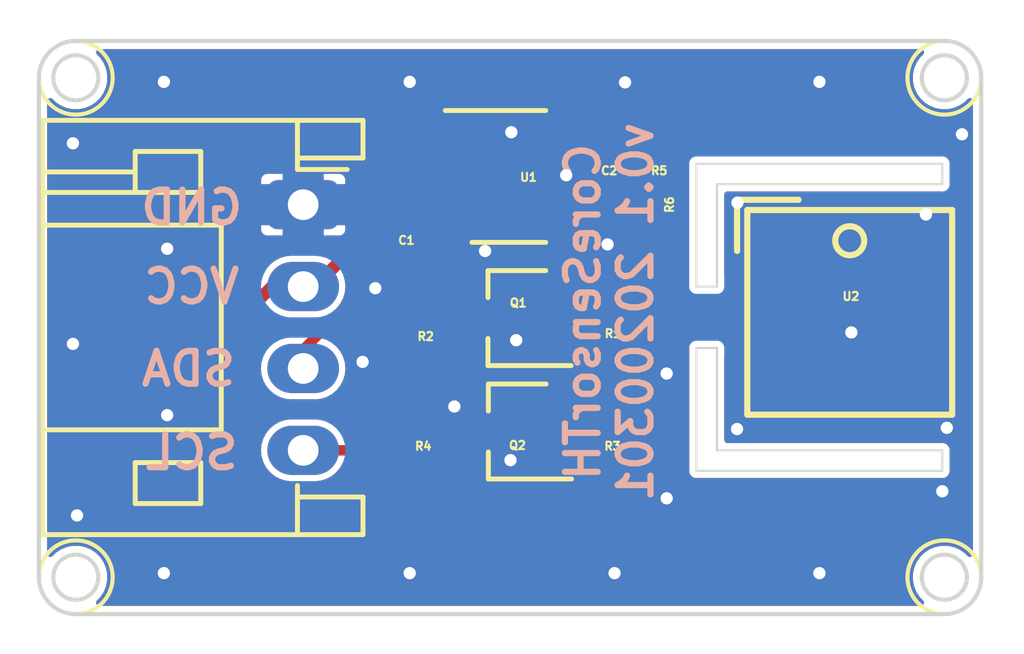
<source format=kicad_pcb>
(kicad_pcb (version 20171130) (host pcbnew "(5.1.4)-1")

  (general
    (thickness 1.6)
    (drawings 33)
    (tracks 105)
    (zones 0)
    (modules 13)
    (nets 9)
  )

  (page A4)
  (layers
    (0 F.Cu signal)
    (31 B.Cu signal hide)
    (32 B.Adhes user)
    (33 F.Adhes user)
    (34 B.Paste user hide)
    (35 F.Paste user hide)
    (36 B.SilkS user)
    (37 F.SilkS user)
    (38 B.Mask user hide)
    (39 F.Mask user hide)
    (40 Dwgs.User user)
    (41 Cmts.User user)
    (42 Eco1.User user)
    (43 Eco2.User user)
    (44 Edge.Cuts user)
    (45 Margin user)
    (46 B.CrtYd user)
    (47 F.CrtYd user)
    (48 B.Fab user)
    (49 F.Fab user)
  )

  (setup
    (last_trace_width 0.152)
    (user_trace_width 0.152)
    (user_trace_width 0.254)
    (user_trace_width 0.3)
    (user_trace_width 0.5)
    (trace_clearance 0.152)
    (zone_clearance 0.152)
    (zone_45_only no)
    (trace_min 0.152)
    (via_size 0.5)
    (via_drill 0.3)
    (via_min_size 0.5)
    (via_min_drill 0.3)
    (user_via 0.5 0.3)
    (uvia_size 0.4)
    (uvia_drill 0.2)
    (uvias_allowed no)
    (uvia_min_size 0.4)
    (uvia_min_drill 0.2)
    (edge_width 0.05)
    (segment_width 0.2)
    (pcb_text_width 0.3)
    (pcb_text_size 1.5 1.5)
    (mod_edge_width 0.12)
    (mod_text_size 1 1)
    (mod_text_width 0.15)
    (pad_size 1.524 1.524)
    (pad_drill 0.762)
    (pad_to_mask_clearance 0)
    (aux_axis_origin 0 0)
    (visible_elements 7FFFFFFF)
    (pcbplotparams
      (layerselection 0x010fc_ffffffff)
      (usegerberextensions true)
      (usegerberattributes false)
      (usegerberadvancedattributes false)
      (creategerberjobfile true)
      (excludeedgelayer true)
      (linewidth 0.020000)
      (plotframeref false)
      (viasonmask false)
      (mode 1)
      (useauxorigin false)
      (hpglpennumber 1)
      (hpglpenspeed 20)
      (hpglpendiameter 15.000000)
      (psnegative false)
      (psa4output false)
      (plotreference false)
      (plotvalue false)
      (plotinvisibletext false)
      (padsonsilk true)
      (subtractmaskfromsilk false)
      (outputformat 1)
      (mirror false)
      (drillshape 0)
      (scaleselection 1)
      (outputdirectory "Core-SensorTH v0.1-Gerber"))
  )

  (net 0 "")
  (net 1 /VCC)
  (net 2 GND)
  (net 3 /3V3)
  (net 4 /SDA)
  (net 5 /SCL)
  (net 6 /SDA_L)
  (net 7 /SCL_L)
  (net 8 "Net-(R5-Pad2)")

  (net_class Default 这是默认网络类。
    (clearance 0.152)
    (trace_width 0.152)
    (via_dia 0.5)
    (via_drill 0.3)
    (uvia_dia 0.4)
    (uvia_drill 0.2)
    (add_net /3V3)
    (add_net /SCL)
    (add_net /SCL_L)
    (add_net /SDA)
    (add_net /SDA_L)
    (add_net /VCC)
    (add_net GND)
    (add_net "Net-(R5-Pad2)")
  )

  (module C_0402_1005Metric (layer F.Cu) (tedit 5B301BBE) (tstamp 5E5AD22F)
    (at 137.92 99.16 90)
    (descr "Capacitor SMD 0402 (1005 Metric), square (rectangular) end terminal, IPC_7351 nominal, (Body size source: http://www.tortai-tech.com/upload/download/2011102023233369053.pdf), generated with kicad-footprint-generator")
    (tags capacitor)
    (path /5E5AEFFD)
    (attr smd)
    (fp_text reference C1 (at -0.71 0 180) (layer F.SilkS)
      (effects (font (size 0.2 0.2) (thickness 0.05)))
    )
    (fp_text value 1uF (at 0.71 -0.01 180) (layer F.Fab)
      (effects (font (size 0.2 0.2) (thickness 0.05)))
    )
    (fp_line (start -0.5 0.25) (end -0.5 -0.25) (layer F.Fab) (width 0.1))
    (fp_line (start -0.5 -0.25) (end 0.5 -0.25) (layer F.Fab) (width 0.1))
    (fp_line (start 0.5 -0.25) (end 0.5 0.25) (layer F.Fab) (width 0.1))
    (fp_line (start 0.5 0.25) (end -0.5 0.25) (layer F.Fab) (width 0.1))
    (fp_line (start -0.93 0.47) (end -0.93 -0.47) (layer F.CrtYd) (width 0.05))
    (fp_line (start -0.93 -0.47) (end 0.93 -0.47) (layer F.CrtYd) (width 0.05))
    (fp_line (start 0.93 -0.47) (end 0.93 0.47) (layer F.CrtYd) (width 0.05))
    (fp_line (start 0.93 0.47) (end -0.93 0.47) (layer F.CrtYd) (width 0.05))
    (fp_text user %R (at 0 0 90) (layer F.Fab)
      (effects (font (size 0.2 0.2) (thickness 0.05)))
    )
    (pad 1 smd roundrect (at -0.485 0 90) (size 0.59 0.64) (layers F.Cu F.Paste F.Mask) (roundrect_rratio 0.25)
      (net 1 /VCC))
    (pad 2 smd roundrect (at 0.485 0 90) (size 0.59 0.64) (layers F.Cu F.Paste F.Mask) (roundrect_rratio 0.25)
      (net 2 GND))
    (model ${KISYS3DMOD}/Capacitor_SMD.3dshapes/C_0402_1005Metric.wrl
      (at (xyz 0 0 0))
      (scale (xyz 1 1 1))
      (rotate (xyz 0 0 0))
    )
  )

  (module C_0402_1005Metric (layer F.Cu) (tedit 5B301BBE) (tstamp 5E5AD23E)
    (at 142.92 97.45 270)
    (descr "Capacitor SMD 0402 (1005 Metric), square (rectangular) end terminal, IPC_7351 nominal, (Body size source: http://www.tortai-tech.com/upload/download/2011102023233369053.pdf), generated with kicad-footprint-generator")
    (tags capacitor)
    (path /5E5B081E)
    (attr smd)
    (fp_text reference C2 (at 0.72 0.05 180) (layer F.SilkS)
      (effects (font (size 0.2 0.2) (thickness 0.05)))
    )
    (fp_text value 1uF (at -0.72 0.04 180) (layer F.Fab)
      (effects (font (size 0.2 0.2) (thickness 0.05)))
    )
    (fp_text user %R (at 0 0 90) (layer F.Fab)
      (effects (font (size 0.2 0.2) (thickness 0.05)))
    )
    (fp_line (start 0.93 0.47) (end -0.93 0.47) (layer F.CrtYd) (width 0.05))
    (fp_line (start 0.93 -0.47) (end 0.93 0.47) (layer F.CrtYd) (width 0.05))
    (fp_line (start -0.93 -0.47) (end 0.93 -0.47) (layer F.CrtYd) (width 0.05))
    (fp_line (start -0.93 0.47) (end -0.93 -0.47) (layer F.CrtYd) (width 0.05))
    (fp_line (start 0.5 0.25) (end -0.5 0.25) (layer F.Fab) (width 0.1))
    (fp_line (start 0.5 -0.25) (end 0.5 0.25) (layer F.Fab) (width 0.1))
    (fp_line (start -0.5 -0.25) (end 0.5 -0.25) (layer F.Fab) (width 0.1))
    (fp_line (start -0.5 0.25) (end -0.5 -0.25) (layer F.Fab) (width 0.1))
    (pad 2 smd roundrect (at 0.485 0 270) (size 0.59 0.64) (layers F.Cu F.Paste F.Mask) (roundrect_rratio 0.25)
      (net 2 GND))
    (pad 1 smd roundrect (at -0.485 0 270) (size 0.59 0.64) (layers F.Cu F.Paste F.Mask) (roundrect_rratio 0.25)
      (net 3 /3V3))
    (model ${KISYS3DMOD}/Capacitor_SMD.3dshapes/C_0402_1005Metric.wrl
      (at (xyz 0 0 0))
      (scale (xyz 1 1 1))
      (rotate (xyz 0 0 0))
    )
  )

  (module JST_PH_S4B-PH-K_1x04_P2.00mm_Horizontal (layer F.Cu) (tedit 5B7745C6) (tstamp 5E5AD26F)
    (at 135.4 99 270)
    (descr "JST PH series connector, S4B-PH-K (http://www.jst-mfg.com/product/pdf/eng/ePH.pdf), generated with kicad-footprint-generator")
    (tags "connector JST PH top entry")
    (path /5E5AA5EB)
    (fp_text reference J1 (at 0.08 -0.14 90) (layer F.SilkS)
      (effects (font (size 0.2 0.2) (thickness 0.05)))
    )
    (fp_text value PH-4AW (at 3.03 2.91 90) (layer F.Fab)
      (effects (font (size 0.2 0.2) (thickness 0.05)))
    )
    (fp_line (start -0.86 0.14) (end -1.14 0.14) (layer F.SilkS) (width 0.12))
    (fp_line (start -1.14 0.14) (end -1.14 -1.46) (layer F.SilkS) (width 0.12))
    (fp_line (start -1.14 -1.46) (end -2.06 -1.46) (layer F.SilkS) (width 0.12))
    (fp_line (start -2.06 -1.46) (end -2.06 6.36) (layer F.SilkS) (width 0.12))
    (fp_line (start -2.06 6.36) (end 8.06 6.36) (layer F.SilkS) (width 0.12))
    (fp_line (start 8.06 6.36) (end 8.06 -1.46) (layer F.SilkS) (width 0.12))
    (fp_line (start 8.06 -1.46) (end 7.14 -1.46) (layer F.SilkS) (width 0.12))
    (fp_line (start 7.14 -1.46) (end 7.14 0.14) (layer F.SilkS) (width 0.12))
    (fp_line (start 7.14 0.14) (end 6.86 0.14) (layer F.SilkS) (width 0.12))
    (fp_line (start 0.5 6.36) (end 0.5 2) (layer F.SilkS) (width 0.12))
    (fp_line (start 0.5 2) (end 5.5 2) (layer F.SilkS) (width 0.12))
    (fp_line (start 5.5 2) (end 5.5 6.36) (layer F.SilkS) (width 0.12))
    (fp_line (start -2.06 0.14) (end -1.14 0.14) (layer F.SilkS) (width 0.12))
    (fp_line (start 8.06 0.14) (end 7.14 0.14) (layer F.SilkS) (width 0.12))
    (fp_line (start -1.3 2.5) (end -1.3 4.1) (layer F.SilkS) (width 0.12))
    (fp_line (start -1.3 4.1) (end -0.3 4.1) (layer F.SilkS) (width 0.12))
    (fp_line (start -0.3 4.1) (end -0.3 2.5) (layer F.SilkS) (width 0.12))
    (fp_line (start -0.3 2.5) (end -1.3 2.5) (layer F.SilkS) (width 0.12))
    (fp_line (start 7.3 2.5) (end 7.3 4.1) (layer F.SilkS) (width 0.12))
    (fp_line (start 7.3 4.1) (end 6.3 4.1) (layer F.SilkS) (width 0.12))
    (fp_line (start 6.3 4.1) (end 6.3 2.5) (layer F.SilkS) (width 0.12))
    (fp_line (start 6.3 2.5) (end 7.3 2.5) (layer F.SilkS) (width 0.12))
    (fp_line (start -0.3 4.1) (end -0.3 6.36) (layer F.SilkS) (width 0.12))
    (fp_line (start -0.8 4.1) (end -0.8 6.36) (layer F.SilkS) (width 0.12))
    (fp_line (start -2.45 -1.85) (end -2.45 6.75) (layer F.CrtYd) (width 0.05))
    (fp_line (start -2.45 6.75) (end 8.45 6.75) (layer F.CrtYd) (width 0.05))
    (fp_line (start 8.45 6.75) (end 8.45 -1.85) (layer F.CrtYd) (width 0.05))
    (fp_line (start 8.45 -1.85) (end -2.45 -1.85) (layer F.CrtYd) (width 0.05))
    (fp_line (start -1.25 0.25) (end -1.25 -1.35) (layer F.Fab) (width 0.1))
    (fp_line (start -1.25 -1.35) (end -1.95 -1.35) (layer F.Fab) (width 0.1))
    (fp_line (start -1.95 -1.35) (end -1.95 6.25) (layer F.Fab) (width 0.1))
    (fp_line (start -1.95 6.25) (end 7.95 6.25) (layer F.Fab) (width 0.1))
    (fp_line (start 7.95 6.25) (end 7.95 -1.35) (layer F.Fab) (width 0.1))
    (fp_line (start 7.95 -1.35) (end 7.25 -1.35) (layer F.Fab) (width 0.1))
    (fp_line (start 7.25 -1.35) (end 7.25 0.25) (layer F.Fab) (width 0.1))
    (fp_line (start 7.25 0.25) (end -1.25 0.25) (layer F.Fab) (width 0.1))
    (fp_line (start -0.86 0.14) (end -0.86 -1.075) (layer F.SilkS) (width 0.12))
    (fp_line (start 0 0.875) (end -0.5 1.375) (layer F.Fab) (width 0.1))
    (fp_line (start -0.5 1.375) (end 0.5 1.375) (layer F.Fab) (width 0.1))
    (fp_line (start 0.5 1.375) (end 0 0.875) (layer F.Fab) (width 0.1))
    (fp_text user %R (at 3 2.5 90) (layer F.Fab)
      (effects (font (size 0.2 0.2) (thickness 0.05)))
    )
    (pad 1 thru_hole roundrect (at 0 0 270) (size 1.2 1.75) (drill 0.75) (layers *.Cu *.Mask) (roundrect_rratio 0.208333)
      (net 2 GND))
    (pad 2 thru_hole oval (at 2 0 270) (size 1.2 1.75) (drill 0.75) (layers *.Cu *.Mask)
      (net 1 /VCC))
    (pad 3 thru_hole oval (at 4 0 270) (size 1.2 1.75) (drill 0.75) (layers *.Cu *.Mask)
      (net 4 /SDA))
    (pad 4 thru_hole oval (at 6 0 270) (size 1.2 1.75) (drill 0.75) (layers *.Cu *.Mask)
      (net 5 /SCL))
    (model ${KISYS3DMOD}/Connector_JST.3dshapes/JST_PH_S4B-PH-K_1x04_P2.00mm_Horizontal.wrl
      (at (xyz 0 0 0))
      (scale (xyz 1 1 1))
      (rotate (xyz 0 0 0))
    )
  )

  (module SOT-323_SC-70 (layer F.Cu) (tedit 5A02FF57) (tstamp 5E5AD284)
    (at 140.64 101.77 180)
    (descr "SOT-323, SC-70")
    (tags "SOT-323 SC-70")
    (path /5E5B8491)
    (attr smd)
    (fp_text reference Q1 (at -0.01 0.37) (layer F.SilkS)
      (effects (font (size 0.2 0.2) (thickness 0.05)))
    )
    (fp_text value CJ2102 (at -0.05 2.05) (layer F.Fab)
      (effects (font (size 0.2 0.2) (thickness 0.05)))
    )
    (fp_text user %R (at 0 0 180) (layer F.Fab)
      (effects (font (size 0.2 0.2) (thickness 0.05)))
    )
    (fp_line (start 0.73 0.5) (end 0.73 1.16) (layer F.SilkS) (width 0.12))
    (fp_line (start 0.73 -1.16) (end 0.73 -0.5) (layer F.SilkS) (width 0.12))
    (fp_line (start 1.7 1.3) (end -1.7 1.3) (layer F.CrtYd) (width 0.05))
    (fp_line (start 1.7 -1.3) (end 1.7 1.3) (layer F.CrtYd) (width 0.05))
    (fp_line (start -1.7 -1.3) (end 1.7 -1.3) (layer F.CrtYd) (width 0.05))
    (fp_line (start -1.7 1.3) (end -1.7 -1.3) (layer F.CrtYd) (width 0.05))
    (fp_line (start 0.73 -1.16) (end -1.3 -1.16) (layer F.SilkS) (width 0.12))
    (fp_line (start -0.68 1.16) (end 0.73 1.16) (layer F.SilkS) (width 0.12))
    (fp_line (start 0.67 -1.1) (end -0.18 -1.1) (layer F.Fab) (width 0.1))
    (fp_line (start -0.68 -0.6) (end -0.68 1.1) (layer F.Fab) (width 0.1))
    (fp_line (start 0.67 -1.1) (end 0.67 1.1) (layer F.Fab) (width 0.1))
    (fp_line (start 0.67 1.1) (end -0.68 1.1) (layer F.Fab) (width 0.1))
    (fp_line (start -0.18 -1.1) (end -0.68 -0.6) (layer F.Fab) (width 0.1))
    (pad 1 smd rect (at -1 -0.65 90) (size 0.45 0.7) (layers F.Cu F.Paste F.Mask)
      (net 3 /3V3))
    (pad 2 smd rect (at -1 0.65 90) (size 0.45 0.7) (layers F.Cu F.Paste F.Mask)
      (net 6 /SDA_L))
    (pad 3 smd rect (at 1 0 90) (size 0.45 0.7) (layers F.Cu F.Paste F.Mask)
      (net 4 /SDA))
    (model ${KISYS3DMOD}/Package_TO_SOT_SMD.3dshapes/SOT-323_SC-70.wrl
      (at (xyz 0 0 0))
      (scale (xyz 1 1 1))
      (rotate (xyz 0 0 0))
    )
  )

  (module SOT-323_SC-70 (layer F.Cu) (tedit 5A02FF57) (tstamp 5E5AD299)
    (at 140.65 104.54 180)
    (descr "SOT-323, SC-70")
    (tags "SOT-323 SC-70")
    (path /5E5BED23)
    (attr smd)
    (fp_text reference Q2 (at 0.02 -0.34) (layer F.SilkS)
      (effects (font (size 0.2 0.2) (thickness 0.05)))
    )
    (fp_text value CJ2102 (at -0.01 0.37) (layer F.Fab)
      (effects (font (size 0.2 0.2) (thickness 0.05)))
    )
    (fp_line (start -0.18 -1.1) (end -0.68 -0.6) (layer F.Fab) (width 0.1))
    (fp_line (start 0.67 1.1) (end -0.68 1.1) (layer F.Fab) (width 0.1))
    (fp_line (start 0.67 -1.1) (end 0.67 1.1) (layer F.Fab) (width 0.1))
    (fp_line (start -0.68 -0.6) (end -0.68 1.1) (layer F.Fab) (width 0.1))
    (fp_line (start 0.67 -1.1) (end -0.18 -1.1) (layer F.Fab) (width 0.1))
    (fp_line (start -0.68 1.16) (end 0.73 1.16) (layer F.SilkS) (width 0.12))
    (fp_line (start 0.73 -1.16) (end -1.3 -1.16) (layer F.SilkS) (width 0.12))
    (fp_line (start -1.7 1.3) (end -1.7 -1.3) (layer F.CrtYd) (width 0.05))
    (fp_line (start -1.7 -1.3) (end 1.7 -1.3) (layer F.CrtYd) (width 0.05))
    (fp_line (start 1.7 -1.3) (end 1.7 1.3) (layer F.CrtYd) (width 0.05))
    (fp_line (start 1.7 1.3) (end -1.7 1.3) (layer F.CrtYd) (width 0.05))
    (fp_line (start 0.73 -1.16) (end 0.73 -0.5) (layer F.SilkS) (width 0.12))
    (fp_line (start 0.73 0.5) (end 0.73 1.16) (layer F.SilkS) (width 0.12))
    (fp_text user %R (at 0 0 180) (layer F.Fab)
      (effects (font (size 0.2 0.2) (thickness 0.05)))
    )
    (pad 3 smd rect (at 1 0 90) (size 0.45 0.7) (layers F.Cu F.Paste F.Mask)
      (net 5 /SCL))
    (pad 2 smd rect (at -1 0.65 90) (size 0.45 0.7) (layers F.Cu F.Paste F.Mask)
      (net 7 /SCL_L))
    (pad 1 smd rect (at -1 -0.65 90) (size 0.45 0.7) (layers F.Cu F.Paste F.Mask)
      (net 3 /3V3))
    (model ${KISYS3DMOD}/Package_TO_SOT_SMD.3dshapes/SOT-323_SC-70.wrl
      (at (xyz 0 0 0))
      (scale (xyz 1 1 1))
      (rotate (xyz 0 0 0))
    )
  )

  (module R_0402_1005Metric (layer F.Cu) (tedit 5B301BBD) (tstamp 5E5AD2A8)
    (at 142.96 101.405 90)
    (descr "Resistor SMD 0402 (1005 Metric), square (rectangular) end terminal, IPC_7351 nominal, (Body size source: http://www.tortai-tech.com/upload/download/2011102023233369053.pdf), generated with kicad-footprint-generator")
    (tags resistor)
    (path /5E5B78A5)
    (attr smd)
    (fp_text reference R1 (at -0.745 0 180) (layer F.SilkS)
      (effects (font (size 0.2 0.2) (thickness 0.05)))
    )
    (fp_text value 10k (at 0.725 0.03 180) (layer F.Fab)
      (effects (font (size 0.2 0.2) (thickness 0.05)))
    )
    (fp_line (start -0.5 0.25) (end -0.5 -0.25) (layer F.Fab) (width 0.1))
    (fp_line (start -0.5 -0.25) (end 0.5 -0.25) (layer F.Fab) (width 0.1))
    (fp_line (start 0.5 -0.25) (end 0.5 0.25) (layer F.Fab) (width 0.1))
    (fp_line (start 0.5 0.25) (end -0.5 0.25) (layer F.Fab) (width 0.1))
    (fp_line (start -0.93 0.47) (end -0.93 -0.47) (layer F.CrtYd) (width 0.05))
    (fp_line (start -0.93 -0.47) (end 0.93 -0.47) (layer F.CrtYd) (width 0.05))
    (fp_line (start 0.93 -0.47) (end 0.93 0.47) (layer F.CrtYd) (width 0.05))
    (fp_line (start 0.93 0.47) (end -0.93 0.47) (layer F.CrtYd) (width 0.05))
    (fp_text user %R (at 0 0 90) (layer F.Fab)
      (effects (font (size 0.2 0.2) (thickness 0.05)))
    )
    (pad 1 smd roundrect (at -0.485 0 90) (size 0.59 0.64) (layers F.Cu F.Paste F.Mask) (roundrect_rratio 0.25)
      (net 3 /3V3))
    (pad 2 smd roundrect (at 0.485 0 90) (size 0.59 0.64) (layers F.Cu F.Paste F.Mask) (roundrect_rratio 0.25)
      (net 6 /SDA_L))
    (model ${KISYS3DMOD}/Resistor_SMD.3dshapes/R_0402_1005Metric.wrl
      (at (xyz 0 0 0))
      (scale (xyz 1 1 1))
      (rotate (xyz 0 0 0))
    )
  )

  (module R_0402_1005Metric (layer F.Cu) (tedit 5B301BBD) (tstamp 5E5AD2B7)
    (at 138.35 101.43 270)
    (descr "Resistor SMD 0402 (1005 Metric), square (rectangular) end terminal, IPC_7351 nominal, (Body size source: http://www.tortai-tech.com/upload/download/2011102023233369053.pdf), generated with kicad-footprint-generator")
    (tags resistor)
    (path /5E5BAF53)
    (attr smd)
    (fp_text reference R2 (at 0.79 -0.04 180) (layer F.SilkS)
      (effects (font (size 0.2 0.2) (thickness 0.05)))
    )
    (fp_text value 10k (at -0.72 0.01 180) (layer F.Fab)
      (effects (font (size 0.2 0.2) (thickness 0.05)))
    )
    (fp_text user %R (at 0 0 90) (layer F.Fab)
      (effects (font (size 0.2 0.2) (thickness 0.05)))
    )
    (fp_line (start 0.93 0.47) (end -0.93 0.47) (layer F.CrtYd) (width 0.05))
    (fp_line (start 0.93 -0.47) (end 0.93 0.47) (layer F.CrtYd) (width 0.05))
    (fp_line (start -0.93 -0.47) (end 0.93 -0.47) (layer F.CrtYd) (width 0.05))
    (fp_line (start -0.93 0.47) (end -0.93 -0.47) (layer F.CrtYd) (width 0.05))
    (fp_line (start 0.5 0.25) (end -0.5 0.25) (layer F.Fab) (width 0.1))
    (fp_line (start 0.5 -0.25) (end 0.5 0.25) (layer F.Fab) (width 0.1))
    (fp_line (start -0.5 -0.25) (end 0.5 -0.25) (layer F.Fab) (width 0.1))
    (fp_line (start -0.5 0.25) (end -0.5 -0.25) (layer F.Fab) (width 0.1))
    (pad 2 smd roundrect (at 0.485 0 270) (size 0.59 0.64) (layers F.Cu F.Paste F.Mask) (roundrect_rratio 0.25)
      (net 4 /SDA))
    (pad 1 smd roundrect (at -0.485 0 270) (size 0.59 0.64) (layers F.Cu F.Paste F.Mask) (roundrect_rratio 0.25)
      (net 1 /VCC))
    (model ${KISYS3DMOD}/Resistor_SMD.3dshapes/R_0402_1005Metric.wrl
      (at (xyz 0 0 0))
      (scale (xyz 1 1 1))
      (rotate (xyz 0 0 0))
    )
  )

  (module R_0402_1005Metric (layer F.Cu) (tedit 5B301BBD) (tstamp 5E5AD2C6)
    (at 142.94 104.17 90)
    (descr "Resistor SMD 0402 (1005 Metric), square (rectangular) end terminal, IPC_7351 nominal, (Body size source: http://www.tortai-tech.com/upload/download/2011102023233369053.pdf), generated with kicad-footprint-generator")
    (tags resistor)
    (path /5E5BED18)
    (attr smd)
    (fp_text reference R3 (at -0.73 0.01 180) (layer F.SilkS)
      (effects (font (size 0.2 0.2) (thickness 0.05)))
    )
    (fp_text value 10k (at 0.73 -0.03 180) (layer F.Fab)
      (effects (font (size 0.2 0.2) (thickness 0.05)))
    )
    (fp_line (start -0.5 0.25) (end -0.5 -0.25) (layer F.Fab) (width 0.1))
    (fp_line (start -0.5 -0.25) (end 0.5 -0.25) (layer F.Fab) (width 0.1))
    (fp_line (start 0.5 -0.25) (end 0.5 0.25) (layer F.Fab) (width 0.1))
    (fp_line (start 0.5 0.25) (end -0.5 0.25) (layer F.Fab) (width 0.1))
    (fp_line (start -0.93 0.47) (end -0.93 -0.47) (layer F.CrtYd) (width 0.05))
    (fp_line (start -0.93 -0.47) (end 0.93 -0.47) (layer F.CrtYd) (width 0.05))
    (fp_line (start 0.93 -0.47) (end 0.93 0.47) (layer F.CrtYd) (width 0.05))
    (fp_line (start 0.93 0.47) (end -0.93 0.47) (layer F.CrtYd) (width 0.05))
    (fp_text user %R (at 0 0 90) (layer F.Fab)
      (effects (font (size 0.2 0.2) (thickness 0.05)))
    )
    (pad 1 smd roundrect (at -0.485 0 90) (size 0.59 0.64) (layers F.Cu F.Paste F.Mask) (roundrect_rratio 0.25)
      (net 3 /3V3))
    (pad 2 smd roundrect (at 0.485 0 90) (size 0.59 0.64) (layers F.Cu F.Paste F.Mask) (roundrect_rratio 0.25)
      (net 7 /SCL_L))
    (model ${KISYS3DMOD}/Resistor_SMD.3dshapes/R_0402_1005Metric.wrl
      (at (xyz 0 0 0))
      (scale (xyz 1 1 1))
      (rotate (xyz 0 0 0))
    )
  )

  (module R_0402_1005Metric (layer F.Cu) (tedit 5B301BBD) (tstamp 5E5AD2D5)
    (at 138.34 104.185 270)
    (descr "Resistor SMD 0402 (1005 Metric), square (rectangular) end terminal, IPC_7351 nominal, (Body size source: http://www.tortai-tech.com/upload/download/2011102023233369053.pdf), generated with kicad-footprint-generator")
    (tags resistor)
    (path /5E5BED33)
    (attr smd)
    (fp_text reference R4 (at 0.715 0.01 180) (layer F.SilkS)
      (effects (font (size 0.2 0.2) (thickness 0.05)))
    )
    (fp_text value 10k (at -0.715 -0.01 180) (layer F.Fab)
      (effects (font (size 0.2 0.2) (thickness 0.05)))
    )
    (fp_text user %R (at 0 0 90) (layer F.Fab)
      (effects (font (size 0.2 0.2) (thickness 0.05)))
    )
    (fp_line (start 0.93 0.47) (end -0.93 0.47) (layer F.CrtYd) (width 0.05))
    (fp_line (start 0.93 -0.47) (end 0.93 0.47) (layer F.CrtYd) (width 0.05))
    (fp_line (start -0.93 -0.47) (end 0.93 -0.47) (layer F.CrtYd) (width 0.05))
    (fp_line (start -0.93 0.47) (end -0.93 -0.47) (layer F.CrtYd) (width 0.05))
    (fp_line (start 0.5 0.25) (end -0.5 0.25) (layer F.Fab) (width 0.1))
    (fp_line (start 0.5 -0.25) (end 0.5 0.25) (layer F.Fab) (width 0.1))
    (fp_line (start -0.5 -0.25) (end 0.5 -0.25) (layer F.Fab) (width 0.1))
    (fp_line (start -0.5 0.25) (end -0.5 -0.25) (layer F.Fab) (width 0.1))
    (pad 2 smd roundrect (at 0.485 0 270) (size 0.59 0.64) (layers F.Cu F.Paste F.Mask) (roundrect_rratio 0.25)
      (net 5 /SCL))
    (pad 1 smd roundrect (at -0.485 0 270) (size 0.59 0.64) (layers F.Cu F.Paste F.Mask) (roundrect_rratio 0.25)
      (net 1 /VCC))
    (model ${KISYS3DMOD}/Resistor_SMD.3dshapes/R_0402_1005Metric.wrl
      (at (xyz 0 0 0))
      (scale (xyz 1 1 1))
      (rotate (xyz 0 0 0))
    )
  )

  (module R_0402_1005Metric (layer F.Cu) (tedit 5B301BBD) (tstamp 5E5AD2E4)
    (at 144.1 97.44 270)
    (descr "Resistor SMD 0402 (1005 Metric), square (rectangular) end terminal, IPC_7351 nominal, (Body size source: http://www.tortai-tech.com/upload/download/2011102023233369053.pdf), generated with kicad-footprint-generator")
    (tags resistor)
    (path /5E5C5B52)
    (attr smd)
    (fp_text reference R5 (at 0.73 0.01 180) (layer F.SilkS)
      (effects (font (size 0.2 0.2) (thickness 0.05)))
    )
    (fp_text value DNP (at -0.69 -0.05 180) (layer F.Fab)
      (effects (font (size 0.2 0.2) (thickness 0.05)))
    )
    (fp_line (start -0.5 0.25) (end -0.5 -0.25) (layer F.Fab) (width 0.1))
    (fp_line (start -0.5 -0.25) (end 0.5 -0.25) (layer F.Fab) (width 0.1))
    (fp_line (start 0.5 -0.25) (end 0.5 0.25) (layer F.Fab) (width 0.1))
    (fp_line (start 0.5 0.25) (end -0.5 0.25) (layer F.Fab) (width 0.1))
    (fp_line (start -0.93 0.47) (end -0.93 -0.47) (layer F.CrtYd) (width 0.05))
    (fp_line (start -0.93 -0.47) (end 0.93 -0.47) (layer F.CrtYd) (width 0.05))
    (fp_line (start 0.93 -0.47) (end 0.93 0.47) (layer F.CrtYd) (width 0.05))
    (fp_line (start 0.93 0.47) (end -0.93 0.47) (layer F.CrtYd) (width 0.05))
    (fp_text user %R (at 0 0 90) (layer F.Fab)
      (effects (font (size 0.2 0.2) (thickness 0.05)))
    )
    (pad 1 smd roundrect (at -0.485 0 270) (size 0.59 0.64) (layers F.Cu F.Paste F.Mask) (roundrect_rratio 0.25)
      (net 3 /3V3))
    (pad 2 smd roundrect (at 0.485 0 270) (size 0.59 0.64) (layers F.Cu F.Paste F.Mask) (roundrect_rratio 0.25)
      (net 8 "Net-(R5-Pad2)"))
    (model ${KISYS3DMOD}/Resistor_SMD.3dshapes/R_0402_1005Metric.wrl
      (at (xyz 0 0 0))
      (scale (xyz 1 1 1))
      (rotate (xyz 0 0 0))
    )
  )

  (module R_0402_1005Metric (layer F.Cu) (tedit 5B301BBD) (tstamp 5E5AD2F3)
    (at 143.6 99.01)
    (descr "Resistor SMD 0402 (1005 Metric), square (rectangular) end terminal, IPC_7351 nominal, (Body size source: http://www.tortai-tech.com/upload/download/2011102023233369053.pdf), generated with kicad-footprint-generator")
    (tags resistor)
    (path /5E5C7A6C)
    (attr smd)
    (fp_text reference R6 (at 0.74 -0.01 90) (layer F.SilkS)
      (effects (font (size 0.2 0.2) (thickness 0.05)))
    )
    (fp_text value 0 (at -0.75 0.08) (layer F.Fab)
      (effects (font (size 0.2 0.2) (thickness 0.05)))
    )
    (fp_text user %R (at 0 0) (layer F.Fab)
      (effects (font (size 0.2 0.2) (thickness 0.05)))
    )
    (fp_line (start 0.93 0.47) (end -0.93 0.47) (layer F.CrtYd) (width 0.05))
    (fp_line (start 0.93 -0.47) (end 0.93 0.47) (layer F.CrtYd) (width 0.05))
    (fp_line (start -0.93 -0.47) (end 0.93 -0.47) (layer F.CrtYd) (width 0.05))
    (fp_line (start -0.93 0.47) (end -0.93 -0.47) (layer F.CrtYd) (width 0.05))
    (fp_line (start 0.5 0.25) (end -0.5 0.25) (layer F.Fab) (width 0.1))
    (fp_line (start 0.5 -0.25) (end 0.5 0.25) (layer F.Fab) (width 0.1))
    (fp_line (start -0.5 -0.25) (end 0.5 -0.25) (layer F.Fab) (width 0.1))
    (fp_line (start -0.5 0.25) (end -0.5 -0.25) (layer F.Fab) (width 0.1))
    (pad 2 smd roundrect (at 0.485 0) (size 0.59 0.64) (layers F.Cu F.Paste F.Mask) (roundrect_rratio 0.25)
      (net 8 "Net-(R5-Pad2)"))
    (pad 1 smd roundrect (at -0.485 0) (size 0.59 0.64) (layers F.Cu F.Paste F.Mask) (roundrect_rratio 0.25)
      (net 2 GND))
    (model ${KISYS3DMOD}/Resistor_SMD.3dshapes/R_0402_1005Metric.wrl
      (at (xyz 0 0 0))
      (scale (xyz 1 1 1))
      (rotate (xyz 0 0 0))
    )
  )

  (module SOT-23-5 (layer F.Cu) (tedit 5A02FF57) (tstamp 5E5AD308)
    (at 140.42 98.31)
    (descr "5-pin SOT23 package")
    (tags SOT-23-5)
    (path /5E5ABA40)
    (attr smd)
    (fp_text reference U1 (at 0.48 0.02 180) (layer F.SilkS)
      (effects (font (size 0.2 0.2) (thickness 0.05)))
    )
    (fp_text value HX9193-33GB (at -0.31 0.02 90) (layer F.Fab)
      (effects (font (size 0.2 0.2) (thickness 0.05)))
    )
    (fp_text user %R (at 0 0 180) (layer F.Fab)
      (effects (font (size 0.2 0.2) (thickness 0.05)))
    )
    (fp_line (start -0.9 1.61) (end 0.9 1.61) (layer F.SilkS) (width 0.12))
    (fp_line (start 0.9 -1.61) (end -1.55 -1.61) (layer F.SilkS) (width 0.12))
    (fp_line (start -1.9 -1.8) (end 1.9 -1.8) (layer F.CrtYd) (width 0.05))
    (fp_line (start 1.9 -1.8) (end 1.9 1.8) (layer F.CrtYd) (width 0.05))
    (fp_line (start 1.9 1.8) (end -1.9 1.8) (layer F.CrtYd) (width 0.05))
    (fp_line (start -1.9 1.8) (end -1.9 -1.8) (layer F.CrtYd) (width 0.05))
    (fp_line (start -0.9 -0.9) (end -0.25 -1.55) (layer F.Fab) (width 0.1))
    (fp_line (start 0.9 -1.55) (end -0.25 -1.55) (layer F.Fab) (width 0.1))
    (fp_line (start -0.9 -0.9) (end -0.9 1.55) (layer F.Fab) (width 0.1))
    (fp_line (start 0.9 1.55) (end -0.9 1.55) (layer F.Fab) (width 0.1))
    (fp_line (start 0.9 -1.55) (end 0.9 1.55) (layer F.Fab) (width 0.1))
    (pad 1 smd rect (at -1.1 -0.95) (size 1.06 0.65) (layers F.Cu F.Paste F.Mask)
      (net 1 /VCC))
    (pad 2 smd rect (at -1.1 0) (size 1.06 0.65) (layers F.Cu F.Paste F.Mask)
      (net 2 GND))
    (pad 3 smd rect (at -1.1 0.95) (size 1.06 0.65) (layers F.Cu F.Paste F.Mask)
      (net 1 /VCC))
    (pad 4 smd rect (at 1.1 0.95) (size 1.06 0.65) (layers F.Cu F.Paste F.Mask))
    (pad 5 smd rect (at 1.1 -0.95) (size 1.06 0.65) (layers F.Cu F.Paste F.Mask)
      (net 3 /3V3))
    (model ${KISYS3DMOD}/Package_TO_SOT_SMD.3dshapes/SOT-23-5.wrl
      (at (xyz 0 0 0))
      (scale (xyz 1 1 1))
      (rotate (xyz 0 0 0))
    )
  )

  (module Temperature_Humidity_Sensor_ASAIR_AHT10_4x5x1.6mm (layer F.Cu) (tedit 5C63C92A) (tstamp 5E5AD323)
    (at 148.74 101.63)
    (path /5E5A812D)
    (attr smd)
    (fp_text reference U2 (at 0.03 -0.39) (layer F.SilkS)
      (effects (font (size 0.2 0.2) (thickness 0.05)))
    )
    (fp_text value AHT10 (at 0.06 -0.79) (layer F.Fab)
      (effects (font (size 0.2 0.2) (thickness 0.05)))
    )
    (fp_text user %R (at 0 0 180) (layer F.Fab)
      (effects (font (size 0.2 0.2) (thickness 0.05)))
    )
    (fp_line (start -2 -2.25) (end 2 -2.25) (layer F.Fab) (width 0.15))
    (fp_line (start 2 -2.25) (end 2 2.25) (layer F.Fab) (width 0.15))
    (fp_line (start 2 2.25) (end -2 2.25) (layer F.Fab) (width 0.15))
    (fp_line (start -2 2.25) (end -2 -2.25) (layer F.Fab) (width 0.15))
    (fp_line (start -2.5 2.5) (end 2.5 2.5) (layer F.SilkS) (width 0.15))
    (fp_line (start 2.5 2.5) (end 2.5 -2.5) (layer F.SilkS) (width 0.15))
    (fp_line (start 2.5 -2.5) (end -2.5 -2.5) (layer F.SilkS) (width 0.15))
    (fp_line (start -2.5 -2.5) (end -2.5 2.5) (layer F.SilkS) (width 0.15))
    (fp_line (start -2.75 -1.5) (end -2.75 -2.75) (layer F.SilkS) (width 0.15))
    (fp_line (start -2.75 -2.75) (end -1.25 -2.75) (layer F.SilkS) (width 0.15))
    (fp_circle (center 0 -1.75) (end 0.25 -1.5) (layer F.SilkS) (width 0.15))
    (fp_circle (center 0 -1.75) (end 0.25 -1.5) (layer F.Fab) (width 0.15))
    (fp_line (start -2.75 2.75) (end -2.75 -2.75) (layer F.CrtYd) (width 0.15))
    (fp_line (start -2.75 -2.75) (end 2.75 -2.75) (layer F.CrtYd) (width 0.15))
    (fp_line (start 2.75 -2.75) (end 2.75 2.75) (layer F.CrtYd) (width 0.15))
    (fp_line (start 2.75 2.75) (end -2.75 2.75) (layer F.CrtYd) (width 0.15))
    (pad 1 smd rect (at -1.6 -1.27) (size 1.27 1) (layers F.Cu F.Paste F.Mask)
      (net 8 "Net-(R5-Pad2)"))
    (pad 2 smd rect (at -1.6 0) (size 1.27 1) (layers F.Cu F.Paste F.Mask)
      (net 6 /SDA_L))
    (pad 3 smd rect (at -1.6 1.27) (size 1.27 1) (layers F.Cu F.Paste F.Mask)
      (net 7 /SCL_L))
    (pad 4 smd rect (at 1.6 1.27) (size 1.27 1) (layers F.Cu F.Paste F.Mask)
      (net 3 /3V3))
    (pad 5 smd rect (at 1.6 0) (size 1.27 1) (layers F.Cu F.Paste F.Mask)
      (net 2 GND))
    (pad 6 smd rect (at 1.6 -1.27) (size 1.27 1) (layers F.Cu F.Paste F.Mask))
  )

  (gr_text SCL (at 132.68 105.05) (layer B.SilkS) (tstamp 5E5A9171)
    (effects (font (size 0.8 0.8) (thickness 0.152)) (justify mirror))
  )
  (gr_text SDA (at 132.6 103.01) (layer B.SilkS) (tstamp 5E5A916E)
    (effects (font (size 0.8 0.8) (thickness 0.152)) (justify mirror))
  )
  (gr_text VCC (at 132.68 101) (layer B.SilkS) (tstamp 5E5A916B)
    (effects (font (size 0.8 0.8) (thickness 0.152)) (justify mirror))
  )
  (gr_text GND (at 132.68 99.07) (layer B.SilkS) (tstamp 5E5A9163)
    (effects (font (size 0.8 0.8) (thickness 0.152)) (justify mirror))
  )
  (gr_text "CoreSensorTH\nv0.1 20200301" (at 142.87 101.62 90) (layer B.SilkS)
    (effects (font (size 0.8 0.8) (thickness 0.152)) (justify mirror))
  )
  (gr_line (start 145.5 102.5) (end 145 102.5) (layer Edge.Cuts) (width 0.05) (tstamp 5E5ADEB9))
  (gr_line (start 145.5 105) (end 145.5 102.5) (layer Edge.Cuts) (width 0.05))
  (gr_line (start 151 105) (end 145.5 105) (layer Edge.Cuts) (width 0.05))
  (gr_line (start 151 105.5) (end 151 105) (layer Edge.Cuts) (width 0.05))
  (gr_line (start 145 105.5) (end 151 105.5) (layer Edge.Cuts) (width 0.05))
  (gr_line (start 145 102.5) (end 145 105.5) (layer Edge.Cuts) (width 0.05))
  (gr_line (start 145 98) (end 151 98) (layer Edge.Cuts) (width 0.05) (tstamp 5E5ADEB8))
  (gr_line (start 145 101) (end 145 98) (layer Edge.Cuts) (width 0.05))
  (gr_line (start 145.5 101) (end 145 101) (layer Edge.Cuts) (width 0.05))
  (gr_line (start 145.5 98.5) (end 145.5 101) (layer Edge.Cuts) (width 0.05))
  (gr_line (start 151 98.5) (end 145.5 98.5) (layer Edge.Cuts) (width 0.05))
  (gr_line (start 151 98) (end 151 98.5) (layer Edge.Cuts) (width 0.05))
  (gr_line (start 151.05 94.9999) (end 129.85 94.999999) (layer Edge.Cuts) (width 0.1))
  (gr_line (start 128.95 95.9) (end 128.95 108.1) (layer Edge.Cuts) (width 0.1))
  (gr_circle (center 129.85 95.9) (end 130.75 95.9) (layer F.SilkS) (width 0.1))
  (gr_circle (center 151.05 95.9) (end 151.95 95.9) (layer F.SilkS) (width 0.1))
  (gr_circle (center 151.05 108.1) (end 151.95 108.1) (layer F.SilkS) (width 0.1))
  (gr_line (start 129.85 109) (end 151.05 109) (layer Edge.Cuts) (width 0.1))
  (gr_line (start 151.95 108.1) (end 151.95 95.889999) (layer Edge.Cuts) (width 0.1))
  (gr_circle (center 129.85 95.9) (end 130.4 95.9) (layer Edge.Cuts) (width 0.1))
  (gr_circle (center 129.85 108.1) (end 130.75 108.1) (layer F.SilkS) (width 0.1))
  (gr_circle (center 151.05 108.1) (end 151.6 108.1) (layer Edge.Cuts) (width 0.1))
  (gr_circle (center 129.85 108.1) (end 130.4 108.1) (layer Edge.Cuts) (width 0.1))
  (gr_circle (center 151.05 95.9) (end 151.6 95.9) (layer Edge.Cuts) (width 0.1))
  (gr_arc (start 129.85 95.9) (end 129.85 94.999999) (angle -90) (layer Edge.Cuts) (width 0.1))
  (gr_arc (start 151.05 108.1) (end 151.05 109) (angle -90) (layer Edge.Cuts) (width 0.1))
  (gr_arc (start 129.85 108.1) (end 128.95 108.1) (angle -90) (layer Edge.Cuts) (width 0.1))
  (gr_arc (start 151.05 95.9) (end 151.949999 95.89) (angle -89.363369) (layer Edge.Cuts) (width 0.1))

  (segment (start 137.5 99.645) (end 137.92 99.645) (width 0.3) (layer F.Cu) (net 1) (status 20))
  (segment (start 137.03 99.645) (end 137.5 99.645) (width 0.3) (layer F.Cu) (net 1))
  (segment (start 135.675 101) (end 137.03 99.645) (width 0.3) (layer F.Cu) (net 1) (status 10))
  (segment (start 135.4 101) (end 135.675 101) (width 0.3) (layer F.Cu) (net 1) (status 30))
  (segment (start 138.935 99.645) (end 139.32 99.26) (width 0.3) (layer F.Cu) (net 1) (status 20))
  (segment (start 137.92 99.645) (end 138.935 99.645) (width 0.3) (layer F.Cu) (net 1) (status 10))
  (segment (start 139.714002 99.26) (end 139.32 99.26) (width 0.3) (layer F.Cu) (net 1) (status 30))
  (segment (start 140.152001 98.822001) (end 139.714002 99.26) (width 0.3) (layer F.Cu) (net 1) (status 20))
  (segment (start 140.152001 97.842001) (end 140.152001 98.822001) (width 0.3) (layer F.Cu) (net 1))
  (segment (start 139.32 97.36) (end 139.67 97.36) (width 0.3) (layer F.Cu) (net 1) (status 30))
  (segment (start 139.67 97.36) (end 140.152001 97.842001) (width 0.3) (layer F.Cu) (net 1) (status 10))
  (segment (start 137.92 100.515) (end 138.35 100.945) (width 0.3) (layer F.Cu) (net 1) (status 20))
  (segment (start 137.92 99.645) (end 137.92 100.515) (width 0.3) (layer F.Cu) (net 1) (status 10))
  (segment (start 137.92 103.7) (end 137.71799 103.90201) (width 0.3) (layer F.Cu) (net 1))
  (segment (start 137.71799 103.90201) (end 134.71201 103.90201) (width 0.3) (layer F.Cu) (net 1))
  (segment (start 134.64 101) (end 135.4 101) (width 0.3) (layer F.Cu) (net 1) (status 30))
  (segment (start 134.71201 103.90201) (end 134.02 103.21) (width 0.3) (layer F.Cu) (net 1))
  (segment (start 138.34 103.7) (end 137.92 103.7) (width 0.3) (layer F.Cu) (net 1) (status 10))
  (segment (start 134.02 103.21) (end 134.02 101.62) (width 0.3) (layer F.Cu) (net 1))
  (segment (start 134.02 101.62) (end 134.64 101) (width 0.3) (layer F.Cu) (net 1) (status 20))
  (via (at 132 108) (size 0.5) (drill 0.3) (layers F.Cu B.Cu) (net 2))
  (via (at 138 108) (size 0.5) (drill 0.3) (layers F.Cu B.Cu) (net 2))
  (via (at 143 108) (size 0.5) (drill 0.3) (layers F.Cu B.Cu) (net 2))
  (via (at 148 108) (size 0.5) (drill 0.3) (layers F.Cu B.Cu) (net 2))
  (via (at 151 106) (size 0.5) (drill 0.3) (layers F.Cu B.Cu) (net 2))
  (via (at 132 96) (size 0.5) (drill 0.3) (layers F.Cu B.Cu) (net 2))
  (via (at 138 96) (size 0.5) (drill 0.3) (layers F.Cu B.Cu) (net 2))
  (via (at 148 96) (size 0.5) (drill 0.3) (layers F.Cu B.Cu) (net 2))
  (via (at 144.272 103.124) (size 0.5) (drill 0.3) (layers F.Cu B.Cu) (net 2))
  (via (at 144.272 106.172) (size 0.5) (drill 0.3) (layers F.Cu B.Cu) (net 2))
  (via (at 137.16 101.04) (size 0.5) (drill 0.3) (layers F.Cu B.Cu) (net 2))
  (via (at 132.08 100.076) (size 0.5) (drill 0.3) (layers F.Cu B.Cu) (net 2))
  (via (at 132.08 104.14) (size 0.5) (drill 0.3) (layers F.Cu B.Cu) (net 2))
  (via (at 143.256 96.012) (size 0.5) (drill 0.3) (layers F.Cu B.Cu) (net 2))
  (via (at 141.82 98.28) (size 0.5) (drill 0.3) (layers F.Cu B.Cu) (net 2))
  (via (at 142.83 99.97) (size 0.5) (drill 0.3) (layers F.Cu B.Cu) (net 2))
  (via (at 140.6 102.31) (size 0.5) (drill 0.3) (layers F.Cu B.Cu) (net 2))
  (via (at 148.78 102.12) (size 0.5) (drill 0.3) (layers F.Cu B.Cu) (net 2))
  (via (at 145.99 104.48) (size 0.5) (drill 0.3) (layers F.Cu B.Cu) (net 2))
  (via (at 151.11 104.45) (size 0.5) (drill 0.3) (layers F.Cu B.Cu) (net 2))
  (via (at 146 98.95) (size 0.5) (drill 0.3) (layers F.Cu B.Cu) (net 2))
  (via (at 151.48 97.28) (size 0.5) (drill 0.3) (layers F.Cu B.Cu) (net 2) (tstamp 5E5AE3C0))
  (via (at 150.6 99.24) (size 0.5) (drill 0.3) (layers F.Cu B.Cu) (net 2) (tstamp 5E5AE3C4))
  (via (at 139.84 100.13) (size 0.5) (drill 0.3) (layers F.Cu B.Cu) (net 2) (tstamp 5E5AE7DB))
  (via (at 140.46 105.24) (size 0.5) (drill 0.3) (layers F.Cu B.Cu) (net 2) (tstamp 5E5AE7DD))
  (via (at 136.85 102.84) (size 0.5) (drill 0.3) (layers F.Cu B.Cu) (net 2))
  (via (at 139.09 103.93) (size 0.5) (drill 0.3) (layers F.Cu B.Cu) (net 2) (tstamp 5E5AEB6C))
  (via (at 140.48 97.23) (size 0.5) (drill 0.3) (layers F.Cu B.Cu) (net 2) (tstamp 5E5AEB84))
  (via (at 129.78 97.5) (size 0.5) (drill 0.3) (layers F.Cu B.Cu) (net 2))
  (via (at 129.78 102.4) (size 0.5) (drill 0.3) (layers F.Cu B.Cu) (net 2))
  (via (at 129.88 106.59) (size 0.5) (drill 0.3) (layers F.Cu B.Cu) (net 2))
  (segment (start 142.185 104.655) (end 141.65 105.19) (width 0.25) (layer F.Cu) (net 3) (status 20))
  (segment (start 142.94 104.655) (end 142.185 104.655) (width 0.25) (layer F.Cu) (net 3) (status 10))
  (segment (start 142.17 101.89) (end 141.64 102.42) (width 0.25) (layer F.Cu) (net 3) (status 20))
  (segment (start 142.96 101.89) (end 142.17 101.89) (width 0.25) (layer F.Cu) (net 3) (status 10))
  (segment (start 142.93 96.955) (end 142.92 96.965) (width 0.254) (layer F.Cu) (net 3) (status 30))
  (segment (start 144.1 96.955) (end 142.93 96.955) (width 0.254) (layer F.Cu) (net 3) (status 30))
  (segment (start 141.915 96.965) (end 141.52 97.36) (width 0.254) (layer F.Cu) (net 3) (status 20))
  (segment (start 142.92 96.965) (end 141.915 96.965) (width 0.254) (layer F.Cu) (net 3) (status 10))
  (segment (start 150.61 102.9) (end 150.34 102.9) (width 0.254) (layer F.Cu) (net 3) (status 30))
  (segment (start 151.30401 102.20599) (end 150.61 102.9) (width 0.254) (layer F.Cu) (net 3) (status 20))
  (segment (start 151.30401 97.874075) (end 151.30401 102.20599) (width 0.254) (layer F.Cu) (net 3))
  (segment (start 150.699935 97.27) (end 151.30401 97.874075) (width 0.254) (layer F.Cu) (net 3))
  (segment (start 144.1 96.955) (end 144.415 97.27) (width 0.254) (layer F.Cu) (net 3) (status 10))
  (segment (start 144.415 97.27) (end 150.699935 97.27) (width 0.254) (layer F.Cu) (net 3))
  (segment (start 141.515 102.42) (end 141.64 102.42) (width 0.254) (layer F.Cu) (net 3) (status 30))
  (segment (start 140.84 103.095) (end 141.515 102.42) (width 0.254) (layer F.Cu) (net 3) (status 20))
  (segment (start 140.84 104.505) (end 140.84 103.095) (width 0.254) (layer F.Cu) (net 3))
  (segment (start 141.525 105.19) (end 140.84 104.505) (width 0.254) (layer F.Cu) (net 3) (status 10))
  (segment (start 141.65 105.19) (end 141.525 105.19) (width 0.254) (layer F.Cu) (net 3) (status 30))
  (segment (start 141.37 97.36) (end 140.664999 98.065001) (width 0.25) (layer F.Cu) (net 3) (status 10))
  (segment (start 141.52 97.36) (end 141.37 97.36) (width 0.25) (layer F.Cu) (net 3) (status 30))
  (segment (start 140.664999 98.065001) (end 140.664999 101.444999) (width 0.25) (layer F.Cu) (net 3))
  (segment (start 140.664999 101.444999) (end 141.64 102.42) (width 0.25) (layer F.Cu) (net 3) (status 20))
  (segment (start 139.495 101.915) (end 139.64 101.77) (width 0.254) (layer F.Cu) (net 4) (status 30))
  (segment (start 138.35 101.915) (end 139.495 101.915) (width 0.254) (layer F.Cu) (net 4) (status 30))
  (segment (start 136.025 101.915) (end 138.35 101.915) (width 0.254) (layer F.Cu) (net 4) (status 20))
  (segment (start 135.4 103) (end 135.4 102.54) (width 0.254) (layer F.Cu) (net 4) (status 30))
  (segment (start 135.4 102.54) (end 136.025 101.915) (width 0.254) (layer F.Cu) (net 4) (status 10))
  (segment (start 138.01 105) (end 138.34 104.67) (width 0.254) (layer F.Cu) (net 5) (status 20))
  (segment (start 135.4 105) (end 138.01 105) (width 0.254) (layer F.Cu) (net 5) (status 10))
  (segment (start 139.52 104.67) (end 139.65 104.54) (width 0.254) (layer F.Cu) (net 5) (status 30))
  (segment (start 138.34 104.67) (end 139.52 104.67) (width 0.254) (layer F.Cu) (net 5) (status 30))
  (segment (start 142.76 101.12) (end 142.96 100.92) (width 0.25) (layer F.Cu) (net 6) (status 30))
  (segment (start 141.64 101.12) (end 142.76 101.12) (width 0.25) (layer F.Cu) (net 6) (status 30))
  (segment (start 143.724011 101.684011) (end 146.298989 101.684011) (width 0.152) (layer F.Cu) (net 6))
  (segment (start 142.96 100.92) (end 143.724011 101.684011) (width 0.152) (layer F.Cu) (net 6) (status 10))
  (segment (start 146.353 101.63) (end 147.14 101.63) (width 0.152) (layer F.Cu) (net 6) (status 20))
  (segment (start 146.298989 101.684011) (end 146.353 101.63) (width 0.152) (layer F.Cu) (net 6))
  (segment (start 142.735 103.89) (end 142.94 103.685) (width 0.25) (layer F.Cu) (net 7) (status 30))
  (segment (start 141.65 103.89) (end 142.735 103.89) (width 0.25) (layer F.Cu) (net 7) (status 30))
  (segment (start 146.353 102.9) (end 147.14 102.9) (width 0.152) (layer F.Cu) (net 7) (status 20))
  (segment (start 145.443 101.99) (end 146.353 102.9) (width 0.152) (layer F.Cu) (net 7))
  (segment (start 143.84 101.99) (end 145.443 101.99) (width 0.152) (layer F.Cu) (net 7))
  (segment (start 143.274168 102.555832) (end 143.84 101.99) (width 0.152) (layer F.Cu) (net 7))
  (segment (start 142.94 103.685) (end 143.274168 103.350832) (width 0.152) (layer F.Cu) (net 7) (status 10))
  (segment (start 143.274168 103.350832) (end 143.274168 102.555832) (width 0.152) (layer F.Cu) (net 7))
  (segment (start 144.1 98.995) (end 144.085 99.01) (width 0.152) (layer F.Cu) (net 8) (status 30))
  (segment (start 144.1 97.925) (end 144.1 98.995) (width 0.152) (layer F.Cu) (net 8) (status 30))
  (segment (start 144.639936 101.38) (end 145.55 101.38) (width 0.152) (layer F.Cu) (net 8))
  (segment (start 144.085 99.01) (end 144.085 100.825064) (width 0.152) (layer F.Cu) (net 8) (status 10))
  (segment (start 144.085 100.825064) (end 144.639936 101.38) (width 0.152) (layer F.Cu) (net 8))
  (segment (start 146.965 100.535) (end 147.14 100.36) (width 0.152) (layer F.Cu) (net 8) (status 30))
  (segment (start 146.395 100.535) (end 146.965 100.535) (width 0.152) (layer F.Cu) (net 8) (status 20))
  (segment (start 145.55 101.38) (end 146.395 100.535) (width 0.152) (layer F.Cu) (net 8))

  (zone (net 2) (net_name GND) (layer B.Cu) (tstamp 5E5A91CA) (hatch edge 0.508)
    (connect_pads (clearance 0.152))
    (min_thickness 0.152)
    (fill yes (arc_segments 32) (thermal_gap 0.152) (thermal_bridge_width 1))
    (polygon
      (pts
        (xy 128 94) (xy 153 94) (xy 153 110) (xy 128 110)
      )
    )
    (filled_polygon
      (pts
        (xy 150.394487 95.362034) (xy 150.302131 95.500256) (xy 150.238515 95.653839) (xy 150.206083 95.816881) (xy 150.206083 95.983119)
        (xy 150.238515 96.146161) (xy 150.302131 96.299744) (xy 150.394487 96.437966) (xy 150.512034 96.555513) (xy 150.650256 96.647869)
        (xy 150.803839 96.711485) (xy 150.966881 96.743917) (xy 151.133119 96.743917) (xy 151.296161 96.711485) (xy 151.449744 96.647869)
        (xy 151.587966 96.555513) (xy 151.672001 96.471478) (xy 151.672 107.528521) (xy 151.587966 107.444487) (xy 151.449744 107.352131)
        (xy 151.296161 107.288515) (xy 151.133119 107.256083) (xy 150.966881 107.256083) (xy 150.803839 107.288515) (xy 150.650256 107.352131)
        (xy 150.512034 107.444487) (xy 150.394487 107.562034) (xy 150.302131 107.700256) (xy 150.238515 107.853839) (xy 150.206083 108.016881)
        (xy 150.206083 108.183119) (xy 150.238515 108.346161) (xy 150.302131 108.499744) (xy 150.394487 108.637966) (xy 150.478521 108.722)
        (xy 130.421479 108.722) (xy 130.505513 108.637966) (xy 130.597869 108.499744) (xy 130.661485 108.346161) (xy 130.693917 108.183119)
        (xy 130.693917 108.016881) (xy 130.661485 107.853839) (xy 130.597869 107.700256) (xy 130.505513 107.562034) (xy 130.387966 107.444487)
        (xy 130.249744 107.352131) (xy 130.096161 107.288515) (xy 129.933119 107.256083) (xy 129.766881 107.256083) (xy 129.603839 107.288515)
        (xy 129.450256 107.352131) (xy 129.312034 107.444487) (xy 129.228 107.528521) (xy 129.228 105) (xy 134.292994 105)
        (xy 134.308981 105.162316) (xy 134.356327 105.318395) (xy 134.433212 105.462238) (xy 134.536683 105.588317) (xy 134.662762 105.691788)
        (xy 134.806605 105.768673) (xy 134.962684 105.816019) (xy 135.084327 105.828) (xy 135.715673 105.828) (xy 135.837316 105.816019)
        (xy 135.993395 105.768673) (xy 136.137238 105.691788) (xy 136.263317 105.588317) (xy 136.366788 105.462238) (xy 136.443673 105.318395)
        (xy 136.491019 105.162316) (xy 136.507006 105) (xy 136.491019 104.837684) (xy 136.443673 104.681605) (xy 136.366788 104.537762)
        (xy 136.263317 104.411683) (xy 136.137238 104.308212) (xy 135.993395 104.231327) (xy 135.837316 104.183981) (xy 135.715673 104.172)
        (xy 135.084327 104.172) (xy 134.962684 104.183981) (xy 134.806605 104.231327) (xy 134.662762 104.308212) (xy 134.536683 104.411683)
        (xy 134.433212 104.537762) (xy 134.356327 104.681605) (xy 134.308981 104.837684) (xy 134.292994 105) (xy 129.228 105)
        (xy 129.228 103) (xy 134.292994 103) (xy 134.308981 103.162316) (xy 134.356327 103.318395) (xy 134.433212 103.462238)
        (xy 134.536683 103.588317) (xy 134.662762 103.691788) (xy 134.806605 103.768673) (xy 134.962684 103.816019) (xy 135.084327 103.828)
        (xy 135.715673 103.828) (xy 135.837316 103.816019) (xy 135.993395 103.768673) (xy 136.137238 103.691788) (xy 136.263317 103.588317)
        (xy 136.366788 103.462238) (xy 136.443673 103.318395) (xy 136.491019 103.162316) (xy 136.507006 103) (xy 136.491019 102.837684)
        (xy 136.443673 102.681605) (xy 136.366788 102.537762) (xy 136.335798 102.5) (xy 144.745776 102.5) (xy 144.747 102.512427)
        (xy 144.747001 105.487563) (xy 144.745776 105.5) (xy 144.750661 105.549597) (xy 144.765128 105.597287) (xy 144.78862 105.641239)
        (xy 144.820236 105.679764) (xy 144.858761 105.71138) (xy 144.902713 105.734872) (xy 144.950403 105.749339) (xy 144.987573 105.753)
        (xy 145 105.754224) (xy 145.012427 105.753) (xy 150.987573 105.753) (xy 151 105.754224) (xy 151.012427 105.753)
        (xy 151.049597 105.749339) (xy 151.097287 105.734872) (xy 151.141239 105.71138) (xy 151.179764 105.679764) (xy 151.21138 105.641239)
        (xy 151.234872 105.597287) (xy 151.249339 105.549597) (xy 151.254224 105.5) (xy 151.253 105.487573) (xy 151.253 105.012426)
        (xy 151.254224 105) (xy 151.249339 104.950403) (xy 151.234872 104.902713) (xy 151.21138 104.858761) (xy 151.179764 104.820236)
        (xy 151.141239 104.78862) (xy 151.097287 104.765128) (xy 151.049597 104.750661) (xy 151.012427 104.747) (xy 151 104.745776)
        (xy 150.987573 104.747) (xy 145.753 104.747) (xy 145.753 102.512427) (xy 145.754224 102.5) (xy 145.749339 102.450403)
        (xy 145.734872 102.402713) (xy 145.71138 102.358761) (xy 145.679764 102.320236) (xy 145.641239 102.28862) (xy 145.597287 102.265128)
        (xy 145.549597 102.250661) (xy 145.512427 102.247) (xy 145.5 102.245776) (xy 145.487573 102.247) (xy 145.012427 102.247)
        (xy 145 102.245776) (xy 144.987573 102.247) (xy 144.950403 102.250661) (xy 144.902713 102.265128) (xy 144.858761 102.28862)
        (xy 144.820236 102.320236) (xy 144.78862 102.358761) (xy 144.765128 102.402713) (xy 144.750661 102.450403) (xy 144.745776 102.5)
        (xy 136.335798 102.5) (xy 136.263317 102.411683) (xy 136.137238 102.308212) (xy 135.993395 102.231327) (xy 135.837316 102.183981)
        (xy 135.715673 102.172) (xy 135.084327 102.172) (xy 134.962684 102.183981) (xy 134.806605 102.231327) (xy 134.662762 102.308212)
        (xy 134.536683 102.411683) (xy 134.433212 102.537762) (xy 134.356327 102.681605) (xy 134.308981 102.837684) (xy 134.292994 103)
        (xy 129.228 103) (xy 129.228 101) (xy 134.292994 101) (xy 134.308981 101.162316) (xy 134.356327 101.318395)
        (xy 134.433212 101.462238) (xy 134.536683 101.588317) (xy 134.662762 101.691788) (xy 134.806605 101.768673) (xy 134.962684 101.816019)
        (xy 135.084327 101.828) (xy 135.715673 101.828) (xy 135.837316 101.816019) (xy 135.993395 101.768673) (xy 136.137238 101.691788)
        (xy 136.263317 101.588317) (xy 136.366788 101.462238) (xy 136.443673 101.318395) (xy 136.491019 101.162316) (xy 136.507006 101)
        (xy 136.491019 100.837684) (xy 136.443673 100.681605) (xy 136.366788 100.537762) (xy 136.263317 100.411683) (xy 136.137238 100.308212)
        (xy 135.993395 100.231327) (xy 135.837316 100.183981) (xy 135.715673 100.172) (xy 135.084327 100.172) (xy 134.962684 100.183981)
        (xy 134.806605 100.231327) (xy 134.662762 100.308212) (xy 134.536683 100.411683) (xy 134.433212 100.537762) (xy 134.356327 100.681605)
        (xy 134.308981 100.837684) (xy 134.292994 101) (xy 129.228 101) (xy 129.228 99.6) (xy 134.295897 99.6)
        (xy 134.300299 99.644696) (xy 134.313336 99.687674) (xy 134.334508 99.727283) (xy 134.363 99.762) (xy 134.397717 99.790492)
        (xy 134.437326 99.811664) (xy 134.480304 99.824701) (xy 134.525 99.829103) (xy 134.919 99.828) (xy 134.976 99.771)
        (xy 134.976 99.424) (xy 135.824 99.424) (xy 135.824 99.771) (xy 135.881 99.828) (xy 136.275 99.829103)
        (xy 136.319696 99.824701) (xy 136.362674 99.811664) (xy 136.402283 99.790492) (xy 136.437 99.762) (xy 136.465492 99.727283)
        (xy 136.486664 99.687674) (xy 136.499701 99.644696) (xy 136.504103 99.6) (xy 136.503 99.481) (xy 136.446 99.424)
        (xy 135.824 99.424) (xy 134.976 99.424) (xy 134.354 99.424) (xy 134.297 99.481) (xy 134.295897 99.6)
        (xy 129.228 99.6) (xy 129.228 98.4) (xy 134.295897 98.4) (xy 134.297 98.519) (xy 134.354 98.576)
        (xy 134.976 98.576) (xy 134.976 98.229) (xy 135.824 98.229) (xy 135.824 98.576) (xy 136.446 98.576)
        (xy 136.503 98.519) (xy 136.504103 98.4) (xy 136.499701 98.355304) (xy 136.486664 98.312326) (xy 136.465492 98.272717)
        (xy 136.437 98.238) (xy 136.402283 98.209508) (xy 136.362674 98.188336) (xy 136.319696 98.175299) (xy 136.275 98.170897)
        (xy 135.881 98.172) (xy 135.824 98.229) (xy 134.976 98.229) (xy 134.919 98.172) (xy 134.525 98.170897)
        (xy 134.480304 98.175299) (xy 134.437326 98.188336) (xy 134.397717 98.209508) (xy 134.363 98.238) (xy 134.334508 98.272717)
        (xy 134.313336 98.312326) (xy 134.300299 98.355304) (xy 134.295897 98.4) (xy 129.228 98.4) (xy 129.228 98)
        (xy 144.745776 98) (xy 144.747001 98.012437) (xy 144.747 100.987573) (xy 144.745776 101) (xy 144.750661 101.049597)
        (xy 144.765128 101.097287) (xy 144.78862 101.141239) (xy 144.820236 101.179764) (xy 144.858761 101.21138) (xy 144.902713 101.234872)
        (xy 144.950403 101.249339) (xy 145 101.254224) (xy 145.012427 101.253) (xy 145.487573 101.253) (xy 145.5 101.254224)
        (xy 145.512427 101.253) (xy 145.549597 101.249339) (xy 145.597287 101.234872) (xy 145.641239 101.21138) (xy 145.679764 101.179764)
        (xy 145.71138 101.141239) (xy 145.734872 101.097287) (xy 145.749339 101.049597) (xy 145.754224 101) (xy 145.753 100.987573)
        (xy 145.753 98.753) (xy 150.987573 98.753) (xy 151 98.754224) (xy 151.012427 98.753) (xy 151.049597 98.749339)
        (xy 151.097287 98.734872) (xy 151.141239 98.71138) (xy 151.179764 98.679764) (xy 151.21138 98.641239) (xy 151.234872 98.597287)
        (xy 151.249339 98.549597) (xy 151.254224 98.5) (xy 151.253 98.487573) (xy 151.253 98.012427) (xy 151.254224 98)
        (xy 151.249339 97.950403) (xy 151.234872 97.902713) (xy 151.21138 97.858761) (xy 151.179764 97.820236) (xy 151.141239 97.78862)
        (xy 151.097287 97.765128) (xy 151.049597 97.750661) (xy 151.012427 97.747) (xy 151 97.745776) (xy 150.987573 97.747)
        (xy 145.012427 97.747) (xy 145 97.745776) (xy 144.987573 97.747) (xy 144.950403 97.750661) (xy 144.902713 97.765128)
        (xy 144.858761 97.78862) (xy 144.820236 97.820236) (xy 144.78862 97.858761) (xy 144.765128 97.902713) (xy 144.750661 97.950403)
        (xy 144.745776 98) (xy 129.228 98) (xy 129.228 96.471479) (xy 129.312034 96.555513) (xy 129.450256 96.647869)
        (xy 129.603839 96.711485) (xy 129.766881 96.743917) (xy 129.933119 96.743917) (xy 130.096161 96.711485) (xy 130.249744 96.647869)
        (xy 130.387966 96.555513) (xy 130.505513 96.437966) (xy 130.597869 96.299744) (xy 130.661485 96.146161) (xy 130.693917 95.983119)
        (xy 130.693917 95.816881) (xy 130.661485 95.653839) (xy 130.597869 95.500256) (xy 130.505513 95.362034) (xy 130.421475 95.277996)
        (xy 150.478619 95.277902)
      )
    )
  )
  (zone (net 2) (net_name GND) (layer F.Cu) (tstamp 5E5A91C7) (hatch edge 0.508)
    (connect_pads (clearance 0.152))
    (min_thickness 0.152)
    (fill yes (arc_segments 32) (thermal_gap 0.152) (thermal_bridge_width 1))
    (polygon
      (pts
        (xy 128 94) (xy 153 94) (xy 153 110) (xy 128 110)
      )
    )
    (filled_polygon
      (pts
        (xy 150.394487 95.362034) (xy 150.302131 95.500256) (xy 150.238515 95.653839) (xy 150.206083 95.816881) (xy 150.206083 95.983119)
        (xy 150.238515 96.146161) (xy 150.302131 96.299744) (xy 150.394487 96.437966) (xy 150.512034 96.555513) (xy 150.650256 96.647869)
        (xy 150.803839 96.711485) (xy 150.966881 96.743917) (xy 151.133119 96.743917) (xy 151.296161 96.711485) (xy 151.449744 96.647869)
        (xy 151.587966 96.555513) (xy 151.672001 96.471478) (xy 151.672 107.528521) (xy 151.587966 107.444487) (xy 151.449744 107.352131)
        (xy 151.296161 107.288515) (xy 151.133119 107.256083) (xy 150.966881 107.256083) (xy 150.803839 107.288515) (xy 150.650256 107.352131)
        (xy 150.512034 107.444487) (xy 150.394487 107.562034) (xy 150.302131 107.700256) (xy 150.238515 107.853839) (xy 150.206083 108.016881)
        (xy 150.206083 108.183119) (xy 150.238515 108.346161) (xy 150.302131 108.499744) (xy 150.394487 108.637966) (xy 150.478521 108.722)
        (xy 130.421479 108.722) (xy 130.505513 108.637966) (xy 130.597869 108.499744) (xy 130.661485 108.346161) (xy 130.693917 108.183119)
        (xy 130.693917 108.016881) (xy 130.661485 107.853839) (xy 130.597869 107.700256) (xy 130.505513 107.562034) (xy 130.387966 107.444487)
        (xy 130.249744 107.352131) (xy 130.096161 107.288515) (xy 129.933119 107.256083) (xy 129.766881 107.256083) (xy 129.603839 107.288515)
        (xy 129.450256 107.352131) (xy 129.312034 107.444487) (xy 129.228 107.528521) (xy 129.228 101.62) (xy 133.640172 101.62)
        (xy 133.642001 101.638568) (xy 133.642 103.191442) (xy 133.640172 103.21) (xy 133.642 103.228558) (xy 133.642 103.22856)
        (xy 133.64747 103.2841) (xy 133.66542 103.343271) (xy 133.669085 103.355353) (xy 133.704185 103.421021) (xy 133.712721 103.431422)
        (xy 133.751421 103.478579) (xy 133.765846 103.490417) (xy 134.431601 104.156174) (xy 134.443431 104.170589) (xy 134.457846 104.182419)
        (xy 134.457848 104.182421) (xy 134.500988 104.217825) (xy 134.548838 104.243401) (xy 134.566656 104.252925) (xy 134.637909 104.27454)
        (xy 134.693449 104.28001) (xy 134.693452 104.28001) (xy 134.71201 104.281838) (xy 134.712126 104.281827) (xy 134.662762 104.308212)
        (xy 134.536683 104.411683) (xy 134.433212 104.537762) (xy 134.356327 104.681605) (xy 134.308981 104.837684) (xy 134.292994 105)
        (xy 134.308981 105.162316) (xy 134.356327 105.318395) (xy 134.433212 105.462238) (xy 134.536683 105.588317) (xy 134.662762 105.691788)
        (xy 134.806605 105.768673) (xy 134.962684 105.816019) (xy 135.084327 105.828) (xy 135.715673 105.828) (xy 135.837316 105.816019)
        (xy 135.993395 105.768673) (xy 136.137238 105.691788) (xy 136.263317 105.588317) (xy 136.366788 105.462238) (xy 136.424107 105.355)
        (xy 137.992577 105.355) (xy 138.01 105.356716) (xy 138.027423 105.355) (xy 138.027434 105.355) (xy 138.079592 105.349863)
        (xy 138.14651 105.329564) (xy 138.208181 105.296599) (xy 138.262237 105.252237) (xy 138.273352 105.238693) (xy 138.317942 105.194103)
        (xy 138.5125 105.194103) (xy 138.585972 105.186867) (xy 138.65662 105.165436) (xy 138.721729 105.130634) (xy 138.778799 105.083799)
        (xy 138.825634 105.026729) (xy 138.826558 105.025) (xy 139.502577 105.025) (xy 139.52 105.026716) (xy 139.537423 105.025)
        (xy 139.537434 105.025) (xy 139.589592 105.019863) (xy 139.65651 104.999564) (xy 139.666726 104.994103) (xy 140 104.994103)
        (xy 140.044696 104.989701) (xy 140.087674 104.976664) (xy 140.127283 104.955492) (xy 140.162 104.927) (xy 140.190492 104.892283)
        (xy 140.211664 104.852674) (xy 140.224701 104.809696) (xy 140.229103 104.765) (xy 140.229103 104.315) (xy 140.224701 104.270304)
        (xy 140.211664 104.227326) (xy 140.190492 104.187717) (xy 140.162 104.153) (xy 140.127283 104.124508) (xy 140.087674 104.103336)
        (xy 140.044696 104.090299) (xy 140 104.085897) (xy 139.3 104.085897) (xy 139.255304 104.090299) (xy 139.212326 104.103336)
        (xy 139.172717 104.124508) (xy 139.138 104.153) (xy 139.109508 104.187717) (xy 139.088336 104.227326) (xy 139.075299 104.270304)
        (xy 139.070897 104.315) (xy 138.826558 104.315) (xy 138.825634 104.313271) (xy 138.778799 104.256201) (xy 138.721729 104.209366)
        (xy 138.676144 104.185) (xy 138.721729 104.160634) (xy 138.778799 104.113799) (xy 138.825634 104.056729) (xy 138.860436 103.99162)
        (xy 138.881867 103.920972) (xy 138.889103 103.8475) (xy 138.889103 103.5525) (xy 138.881867 103.479028) (xy 138.860436 103.40838)
        (xy 138.825634 103.343271) (xy 138.778799 103.286201) (xy 138.721729 103.239366) (xy 138.65662 103.204564) (xy 138.585972 103.183133)
        (xy 138.5125 103.175897) (xy 138.1675 103.175897) (xy 138.094028 103.183133) (xy 138.02338 103.204564) (xy 137.958271 103.239366)
        (xy 137.901201 103.286201) (xy 137.869218 103.325173) (xy 137.845899 103.32747) (xy 137.774646 103.349085) (xy 137.708979 103.384185)
        (xy 137.651421 103.431421) (xy 137.639582 103.445847) (xy 137.561419 103.52401) (xy 136.316093 103.52401) (xy 136.366788 103.462238)
        (xy 136.443673 103.318395) (xy 136.491019 103.162316) (xy 136.507006 103) (xy 136.491019 102.837684) (xy 136.443673 102.681605)
        (xy 136.366788 102.537762) (xy 136.263317 102.411683) (xy 136.137238 102.308212) (xy 136.13502 102.307026) (xy 136.172046 102.27)
        (xy 137.863442 102.27) (xy 137.864366 102.271729) (xy 137.911201 102.328799) (xy 137.968271 102.375634) (xy 138.03338 102.410436)
        (xy 138.104028 102.431867) (xy 138.1775 102.439103) (xy 138.5225 102.439103) (xy 138.595972 102.431867) (xy 138.66662 102.410436)
        (xy 138.731729 102.375634) (xy 138.788799 102.328799) (xy 138.835634 102.271729) (xy 138.836558 102.27) (xy 139.477577 102.27)
        (xy 139.495 102.271716) (xy 139.512423 102.27) (xy 139.512434 102.27) (xy 139.564592 102.264863) (xy 139.63151 102.244564)
        (xy 139.669788 102.224103) (xy 139.99 102.224103) (xy 140.034696 102.219701) (xy 140.077674 102.206664) (xy 140.117283 102.185492)
        (xy 140.152 102.157) (xy 140.180492 102.122283) (xy 140.201664 102.082674) (xy 140.214701 102.039696) (xy 140.219103 101.995)
        (xy 140.219103 101.545) (xy 140.214701 101.500304) (xy 140.201664 101.457326) (xy 140.180492 101.417717) (xy 140.152 101.383)
        (xy 140.117283 101.354508) (xy 140.077674 101.333336) (xy 140.034696 101.320299) (xy 139.99 101.315897) (xy 139.29 101.315897)
        (xy 139.245304 101.320299) (xy 139.202326 101.333336) (xy 139.162717 101.354508) (xy 139.128 101.383) (xy 139.099508 101.417717)
        (xy 139.078336 101.457326) (xy 139.065299 101.500304) (xy 139.060897 101.545) (xy 139.060897 101.56) (xy 138.836558 101.56)
        (xy 138.835634 101.558271) (xy 138.788799 101.501201) (xy 138.731729 101.454366) (xy 138.686144 101.43) (xy 138.731729 101.405634)
        (xy 138.788799 101.358799) (xy 138.835634 101.301729) (xy 138.870436 101.23662) (xy 138.891867 101.165972) (xy 138.899103 101.0925)
        (xy 138.899103 100.7975) (xy 138.891867 100.724028) (xy 138.870436 100.65338) (xy 138.835634 100.588271) (xy 138.788799 100.531201)
        (xy 138.731729 100.484366) (xy 138.66662 100.449564) (xy 138.595972 100.428133) (xy 138.5225 100.420897) (xy 138.360469 100.420897)
        (xy 138.298 100.358428) (xy 138.298 100.107627) (xy 138.301729 100.105634) (xy 138.358799 100.058799) (xy 138.388178 100.023)
        (xy 138.916442 100.023) (xy 138.935 100.024828) (xy 138.953558 100.023) (xy 138.953561 100.023) (xy 139.009101 100.01753)
        (xy 139.080354 99.995915) (xy 139.146021 99.960815) (xy 139.203579 99.913579) (xy 139.215417 99.899154) (xy 139.300468 99.814103)
        (xy 139.85 99.814103) (xy 139.894696 99.809701) (xy 139.937674 99.796664) (xy 139.977283 99.775492) (xy 140.012 99.747)
        (xy 140.040492 99.712283) (xy 140.061664 99.672674) (xy 140.074701 99.629696) (xy 140.079103 99.585) (xy 140.079103 99.42947)
        (xy 140.311999 99.196574) (xy 140.312 101.427656) (xy 140.310292 101.444999) (xy 140.317107 101.514199) (xy 140.337292 101.580739)
        (xy 140.370071 101.642064) (xy 140.38661 101.662216) (xy 140.414184 101.695815) (xy 140.427652 101.706868) (xy 141.060897 102.340114)
        (xy 141.060897 102.372057) (xy 140.601303 102.831652) (xy 140.587764 102.842763) (xy 140.576653 102.856302) (xy 140.57665 102.856305)
        (xy 140.543401 102.896819) (xy 140.510436 102.958491) (xy 140.507069 102.969592) (xy 140.490138 103.025408) (xy 140.485883 103.068616)
        (xy 140.483284 103.095) (xy 140.485001 103.112433) (xy 140.485 104.487576) (xy 140.483284 104.505) (xy 140.485 104.522423)
        (xy 140.485 104.522433) (xy 140.490137 104.574591) (xy 140.510436 104.641509) (xy 140.543401 104.703181) (xy 140.572125 104.738181)
        (xy 140.587763 104.757236) (xy 140.601303 104.768348) (xy 141.070897 105.237943) (xy 141.070897 105.415) (xy 141.075299 105.459696)
        (xy 141.088336 105.502674) (xy 141.109508 105.542283) (xy 141.138 105.577) (xy 141.172717 105.605492) (xy 141.212326 105.626664)
        (xy 141.255304 105.639701) (xy 141.3 105.644103) (xy 142 105.644103) (xy 142.044696 105.639701) (xy 142.087674 105.626664)
        (xy 142.127283 105.605492) (xy 142.162 105.577) (xy 142.190492 105.542283) (xy 142.211664 105.502674) (xy 142.224701 105.459696)
        (xy 142.229103 105.415) (xy 142.229103 105.110114) (xy 142.331217 105.008) (xy 142.452373 105.008) (xy 142.454366 105.011729)
        (xy 142.501201 105.068799) (xy 142.558271 105.115634) (xy 142.62338 105.150436) (xy 142.694028 105.171867) (xy 142.7675 105.179103)
        (xy 143.1125 105.179103) (xy 143.185972 105.171867) (xy 143.25662 105.150436) (xy 143.321729 105.115634) (xy 143.378799 105.068799)
        (xy 143.425634 105.011729) (xy 143.460436 104.94662) (xy 143.481867 104.875972) (xy 143.489103 104.8025) (xy 143.489103 104.5075)
        (xy 143.481867 104.434028) (xy 143.460436 104.36338) (xy 143.425634 104.298271) (xy 143.378799 104.241201) (xy 143.321729 104.194366)
        (xy 143.276144 104.17) (xy 143.321729 104.145634) (xy 143.378799 104.098799) (xy 143.425634 104.041729) (xy 143.460436 103.97662)
        (xy 143.481867 103.905972) (xy 143.489103 103.8325) (xy 143.489103 103.567706) (xy 143.490168 103.566832) (xy 143.528157 103.520542)
        (xy 143.556385 103.46773) (xy 143.573768 103.410426) (xy 143.575623 103.391599) (xy 143.579638 103.350832) (xy 143.578168 103.335908)
        (xy 143.578168 102.681752) (xy 143.965921 102.294) (xy 144.852205 102.294) (xy 144.820236 102.320236) (xy 144.78862 102.358761)
        (xy 144.765128 102.402713) (xy 144.750661 102.450403) (xy 144.745776 102.5) (xy 144.747 102.512427) (xy 144.747001 105.487563)
        (xy 144.745776 105.5) (xy 144.750661 105.549597) (xy 144.765128 105.597287) (xy 144.78862 105.641239) (xy 144.820236 105.679764)
        (xy 144.858761 105.71138) (xy 144.902713 105.734872) (xy 144.950403 105.749339) (xy 144.987573 105.753) (xy 145 105.754224)
        (xy 145.012427 105.753) (xy 150.987573 105.753) (xy 151 105.754224) (xy 151.012427 105.753) (xy 151.049597 105.749339)
        (xy 151.097287 105.734872) (xy 151.141239 105.71138) (xy 151.179764 105.679764) (xy 151.21138 105.641239) (xy 151.234872 105.597287)
        (xy 151.249339 105.549597) (xy 151.254224 105.5) (xy 151.253 105.487573) (xy 151.253 105.012426) (xy 151.254224 105)
        (xy 151.249339 104.950403) (xy 151.234872 104.902713) (xy 151.21138 104.858761) (xy 151.179764 104.820236) (xy 151.141239 104.78862)
        (xy 151.097287 104.765128) (xy 151.049597 104.750661) (xy 151.012427 104.747) (xy 151 104.745776) (xy 150.987573 104.747)
        (xy 145.753 104.747) (xy 145.753 102.729921) (xy 146.127485 103.104406) (xy 146.137 103.116) (xy 146.18329 103.153989)
        (xy 146.236102 103.182217) (xy 146.275897 103.194289) (xy 146.275897 103.4) (xy 146.280299 103.444696) (xy 146.293336 103.487674)
        (xy 146.314508 103.527283) (xy 146.343 103.562) (xy 146.377717 103.590492) (xy 146.417326 103.611664) (xy 146.460304 103.624701)
        (xy 146.505 103.629103) (xy 147.775 103.629103) (xy 147.819696 103.624701) (xy 147.862674 103.611664) (xy 147.902283 103.590492)
        (xy 147.937 103.562) (xy 147.965492 103.527283) (xy 147.986664 103.487674) (xy 147.999701 103.444696) (xy 148.004103 103.4)
        (xy 148.004103 102.4) (xy 147.999701 102.355304) (xy 147.986664 102.312326) (xy 147.965492 102.272717) (xy 147.959159 102.265)
        (xy 147.965492 102.257283) (xy 147.986664 102.217674) (xy 147.999701 102.174696) (xy 148.004103 102.13) (xy 148.004103 101.13)
        (xy 147.999701 101.085304) (xy 147.986664 101.042326) (xy 147.965492 101.002717) (xy 147.959159 100.995) (xy 147.965492 100.987283)
        (xy 147.986664 100.947674) (xy 147.999701 100.904696) (xy 148.004103 100.86) (xy 148.004103 99.86) (xy 147.999701 99.815304)
        (xy 147.986664 99.772326) (xy 147.965492 99.732717) (xy 147.937 99.698) (xy 147.902283 99.669508) (xy 147.862674 99.648336)
        (xy 147.819696 99.635299) (xy 147.775 99.630897) (xy 146.505 99.630897) (xy 146.460304 99.635299) (xy 146.417326 99.648336)
        (xy 146.377717 99.669508) (xy 146.343 99.698) (xy 146.314508 99.732717) (xy 146.293336 99.772326) (xy 146.280299 99.815304)
        (xy 146.275897 99.86) (xy 146.275897 100.253962) (xy 146.22529 100.281011) (xy 146.179 100.319) (xy 146.169481 100.330599)
        (xy 145.753 100.74708) (xy 145.753 98.753) (xy 150.94901 98.753) (xy 150.94901 99.630897) (xy 149.705 99.630897)
        (xy 149.660304 99.635299) (xy 149.617326 99.648336) (xy 149.577717 99.669508) (xy 149.543 99.698) (xy 149.514508 99.732717)
        (xy 149.493336 99.772326) (xy 149.480299 99.815304) (xy 149.475897 99.86) (xy 149.475897 100.86) (xy 149.480299 100.904696)
        (xy 149.493336 100.947674) (xy 149.514508 100.987283) (xy 149.520841 100.995) (xy 149.514508 101.002717) (xy 149.493336 101.042326)
        (xy 149.480299 101.085304) (xy 149.475897 101.13) (xy 149.477 101.149) (xy 149.534 101.206) (xy 149.916 101.206)
        (xy 149.916 101.186) (xy 150.764 101.186) (xy 150.764 101.206) (xy 150.784 101.206) (xy 150.784 102.054)
        (xy 150.764 102.054) (xy 150.764 102.074) (xy 149.916 102.074) (xy 149.916 102.054) (xy 149.534 102.054)
        (xy 149.477 102.111) (xy 149.475897 102.13) (xy 149.480299 102.174696) (xy 149.493336 102.217674) (xy 149.514508 102.257283)
        (xy 149.520841 102.265) (xy 149.514508 102.272717) (xy 149.493336 102.312326) (xy 149.480299 102.355304) (xy 149.475897 102.4)
        (xy 149.475897 103.4) (xy 149.480299 103.444696) (xy 149.493336 103.487674) (xy 149.514508 103.527283) (xy 149.543 103.562)
        (xy 149.577717 103.590492) (xy 149.617326 103.611664) (xy 149.660304 103.624701) (xy 149.705 103.629103) (xy 150.975 103.629103)
        (xy 151.019696 103.624701) (xy 151.062674 103.611664) (xy 151.102283 103.590492) (xy 151.137 103.562) (xy 151.165492 103.527283)
        (xy 151.186664 103.487674) (xy 151.199701 103.444696) (xy 151.204103 103.4) (xy 151.204103 102.807942) (xy 151.542708 102.469338)
        (xy 151.556247 102.458227) (xy 151.56736 102.444686) (xy 151.600609 102.404172) (xy 151.633573 102.342501) (xy 151.633574 102.3425)
        (xy 151.653873 102.275582) (xy 151.65901 102.223424) (xy 151.65901 102.223414) (xy 151.660726 102.205991) (xy 151.65901 102.188568)
        (xy 151.65901 97.891497) (xy 151.660726 97.874074) (xy 151.65901 97.856651) (xy 151.65901 97.856641) (xy 151.653873 97.804483)
        (xy 151.633574 97.737565) (xy 151.619329 97.710915) (xy 151.600609 97.675893) (xy 151.56736 97.635379) (xy 151.567354 97.635373)
        (xy 151.556246 97.621838) (xy 151.542712 97.610731) (xy 150.963287 97.031307) (xy 150.952172 97.017763) (xy 150.898116 96.973401)
        (xy 150.836445 96.940436) (xy 150.769527 96.920137) (xy 150.717369 96.915) (xy 150.717358 96.915) (xy 150.699935 96.913284)
        (xy 150.682512 96.915) (xy 144.649103 96.915) (xy 144.649103 96.8075) (xy 144.641867 96.734028) (xy 144.620436 96.66338)
        (xy 144.585634 96.598271) (xy 144.538799 96.541201) (xy 144.481729 96.494366) (xy 144.41662 96.459564) (xy 144.345972 96.438133)
        (xy 144.2725 96.430897) (xy 143.9275 96.430897) (xy 143.854028 96.438133) (xy 143.78338 96.459564) (xy 143.718271 96.494366)
        (xy 143.661201 96.541201) (xy 143.614366 96.598271) (xy 143.613442 96.6) (xy 143.398846 96.6) (xy 143.358799 96.551201)
        (xy 143.301729 96.504366) (xy 143.23662 96.469564) (xy 143.165972 96.448133) (xy 143.0925 96.440897) (xy 142.7475 96.440897)
        (xy 142.674028 96.448133) (xy 142.60338 96.469564) (xy 142.538271 96.504366) (xy 142.481201 96.551201) (xy 142.434366 96.608271)
        (xy 142.433442 96.61) (xy 141.932422 96.61) (xy 141.914999 96.608284) (xy 141.897576 96.61) (xy 141.897566 96.61)
        (xy 141.845408 96.615137) (xy 141.77849 96.635436) (xy 141.75523 96.647869) (xy 141.716818 96.668401) (xy 141.676304 96.70165)
        (xy 141.662763 96.712763) (xy 141.651652 96.726302) (xy 141.572057 96.805897) (xy 140.99 96.805897) (xy 140.945304 96.810299)
        (xy 140.902326 96.823336) (xy 140.862717 96.844508) (xy 140.828 96.873) (xy 140.799508 96.907717) (xy 140.778336 96.947326)
        (xy 140.765299 96.990304) (xy 140.760897 97.035) (xy 140.760897 97.469887) (xy 140.510183 97.720601) (xy 140.502916 97.696647)
        (xy 140.474125 97.642783) (xy 140.467816 97.630979) (xy 140.432411 97.587838) (xy 140.43241 97.587837) (xy 140.42058 97.573422)
        (xy 140.406166 97.561593) (xy 140.079103 97.234531) (xy 140.079103 97.035) (xy 140.074701 96.990304) (xy 140.061664 96.947326)
        (xy 140.040492 96.907717) (xy 140.012 96.873) (xy 139.977283 96.844508) (xy 139.937674 96.823336) (xy 139.894696 96.810299)
        (xy 139.85 96.805897) (xy 138.79 96.805897) (xy 138.745304 96.810299) (xy 138.702326 96.823336) (xy 138.662717 96.844508)
        (xy 138.628 96.873) (xy 138.599508 96.907717) (xy 138.578336 96.947326) (xy 138.565299 96.990304) (xy 138.560897 97.035)
        (xy 138.560897 97.685) (xy 138.565299 97.729696) (xy 138.578336 97.772674) (xy 138.599508 97.812283) (xy 138.618152 97.835)
        (xy 138.599508 97.857717) (xy 138.578336 97.897326) (xy 138.565299 97.940304) (xy 138.560897 97.985) (xy 138.562 98.004)
        (xy 138.619 98.061) (xy 138.896 98.061) (xy 138.896 97.985) (xy 139.744 97.985) (xy 139.744 98.061)
        (xy 139.764 98.061) (xy 139.764 98.559) (xy 139.744 98.559) (xy 139.744 98.635) (xy 138.896 98.635)
        (xy 138.896 98.559) (xy 138.619 98.559) (xy 138.562 98.616) (xy 138.560897 98.635) (xy 138.565299 98.679696)
        (xy 138.578336 98.722674) (xy 138.599508 98.762283) (xy 138.618152 98.785) (xy 138.599508 98.807717) (xy 138.578336 98.847326)
        (xy 138.565299 98.890304) (xy 138.560897 98.935) (xy 138.560897 99.267) (xy 138.388178 99.267) (xy 138.358799 99.231201)
        (xy 138.318343 99.198) (xy 138.344002 99.198) (xy 138.344002 99.172936) (xy 138.367283 99.160492) (xy 138.402 99.132)
        (xy 138.430492 99.097283) (xy 138.451664 99.057674) (xy 138.464701 99.014696) (xy 138.469103 98.97) (xy 138.468 98.951)
        (xy 138.411 98.894) (xy 138.164 98.894) (xy 138.164 98.97) (xy 137.676 98.97) (xy 137.676 98.894)
        (xy 137.429 98.894) (xy 137.372 98.951) (xy 137.370897 98.97) (xy 137.375299 99.014696) (xy 137.388336 99.057674)
        (xy 137.409508 99.097283) (xy 137.438 99.132) (xy 137.472717 99.160492) (xy 137.495998 99.172936) (xy 137.495998 99.198)
        (xy 137.521657 99.198) (xy 137.481201 99.231201) (xy 137.451822 99.267) (xy 137.04855 99.267) (xy 137.029999 99.265173)
        (xy 137.011449 99.267) (xy 137.011439 99.267) (xy 136.955899 99.27247) (xy 136.884646 99.294085) (xy 136.844638 99.31547)
        (xy 136.818978 99.329185) (xy 136.775837 99.36459) (xy 136.761421 99.376421) (xy 136.749591 99.390836) (xy 136.500135 99.640293)
        (xy 136.504103 99.6) (xy 136.503 99.481) (xy 136.446 99.424) (xy 135.824 99.424) (xy 135.824 99.771)
        (xy 135.881 99.828) (xy 136.275 99.829103) (xy 136.315293 99.825135) (xy 135.92872 100.211708) (xy 135.837316 100.183981)
        (xy 135.715673 100.172) (xy 135.084327 100.172) (xy 134.962684 100.183981) (xy 134.806605 100.231327) (xy 134.662762 100.308212)
        (xy 134.536683 100.411683) (xy 134.433212 100.537762) (xy 134.356327 100.681605) (xy 134.326937 100.77849) (xy 133.765842 101.339587)
        (xy 133.751422 101.351421) (xy 133.734099 101.37253) (xy 133.704185 101.408979) (xy 133.669085 101.474647) (xy 133.66103 101.501201)
        (xy 133.650689 101.535293) (xy 133.647471 101.5459) (xy 133.640172 101.62) (xy 129.228 101.62) (xy 129.228 99.6)
        (xy 134.295897 99.6) (xy 134.300299 99.644696) (xy 134.313336 99.687674) (xy 134.334508 99.727283) (xy 134.363 99.762)
        (xy 134.397717 99.790492) (xy 134.437326 99.811664) (xy 134.480304 99.824701) (xy 134.525 99.829103) (xy 134.919 99.828)
        (xy 134.976 99.771) (xy 134.976 99.424) (xy 134.354 99.424) (xy 134.297 99.481) (xy 134.295897 99.6)
        (xy 129.228 99.6) (xy 129.228 98.4) (xy 134.295897 98.4) (xy 134.297 98.519) (xy 134.354 98.576)
        (xy 134.976 98.576) (xy 134.976 98.229) (xy 135.824 98.229) (xy 135.824 98.576) (xy 136.446 98.576)
        (xy 136.503 98.519) (xy 136.504103 98.4) (xy 136.502134 98.38) (xy 137.370897 98.38) (xy 137.372 98.399)
        (xy 137.429 98.456) (xy 137.676 98.456) (xy 137.676 98.209) (xy 138.164 98.209) (xy 138.164 98.456)
        (xy 138.411 98.456) (xy 138.468 98.399) (xy 138.469103 98.38) (xy 138.464701 98.335304) (xy 138.451664 98.292326)
        (xy 138.430492 98.252717) (xy 138.402 98.218) (xy 138.367283 98.189508) (xy 138.327674 98.168336) (xy 138.284696 98.155299)
        (xy 138.24 98.150897) (xy 138.221 98.152) (xy 138.164 98.209) (xy 137.676 98.209) (xy 137.619 98.152)
        (xy 137.6 98.150897) (xy 137.555304 98.155299) (xy 137.512326 98.168336) (xy 137.472717 98.189508) (xy 137.438 98.218)
        (xy 137.409508 98.252717) (xy 137.388336 98.292326) (xy 137.375299 98.335304) (xy 137.370897 98.38) (xy 136.502134 98.38)
        (xy 136.499701 98.355304) (xy 136.486664 98.312326) (xy 136.465492 98.272717) (xy 136.437 98.238) (xy 136.402283 98.209508)
        (xy 136.362674 98.188336) (xy 136.319696 98.175299) (xy 136.275 98.170897) (xy 135.881 98.172) (xy 135.824 98.229)
        (xy 134.976 98.229) (xy 134.919 98.172) (xy 134.525 98.170897) (xy 134.480304 98.175299) (xy 134.437326 98.188336)
        (xy 134.397717 98.209508) (xy 134.363 98.238) (xy 134.334508 98.272717) (xy 134.313336 98.312326) (xy 134.300299 98.355304)
        (xy 134.295897 98.4) (xy 129.228 98.4) (xy 129.228 96.471479) (xy 129.312034 96.555513) (xy 129.450256 96.647869)
        (xy 129.603839 96.711485) (xy 129.766881 96.743917) (xy 129.933119 96.743917) (xy 130.096161 96.711485) (xy 130.249744 96.647869)
        (xy 130.387966 96.555513) (xy 130.505513 96.437966) (xy 130.597869 96.299744) (xy 130.661485 96.146161) (xy 130.693917 95.983119)
        (xy 130.693917 95.816881) (xy 130.661485 95.653839) (xy 130.597869 95.500256) (xy 130.505513 95.362034) (xy 130.421475 95.277996)
        (xy 150.478619 95.277902)
      )
    )
    (filled_polygon
      (pts
        (xy 137.481201 100.058799) (xy 137.538271 100.105634) (xy 137.542001 100.107628) (xy 137.542001 100.496432) (xy 137.540172 100.515)
        (xy 137.544927 100.563271) (xy 137.547471 100.589101) (xy 137.549138 100.594595) (xy 137.569085 100.660353) (xy 137.604185 100.726021)
        (xy 137.624685 100.751) (xy 137.651422 100.783579) (xy 137.665842 100.795413) (xy 137.800897 100.930469) (xy 137.800897 101.0925)
        (xy 137.808133 101.165972) (xy 137.829564 101.23662) (xy 137.864366 101.301729) (xy 137.911201 101.358799) (xy 137.968271 101.405634)
        (xy 138.013856 101.43) (xy 137.968271 101.454366) (xy 137.911201 101.501201) (xy 137.864366 101.558271) (xy 137.863442 101.56)
        (xy 136.286556 101.56) (xy 136.366788 101.462238) (xy 136.443673 101.318395) (xy 136.491019 101.162316) (xy 136.507006 101)
        (xy 136.491019 100.837684) (xy 136.463292 100.74628) (xy 137.186573 100.023) (xy 137.451822 100.023)
      )
    )
    (filled_polygon
      (pts
        (xy 143.614366 97.311729) (xy 143.661201 97.368799) (xy 143.718271 97.415634) (xy 143.763856 97.44) (xy 143.718271 97.464366)
        (xy 143.661201 97.511201) (xy 143.614366 97.568271) (xy 143.579564 97.63338) (xy 143.558133 97.704028) (xy 143.550897 97.7775)
        (xy 143.550897 98.0725) (xy 143.558133 98.145972) (xy 143.579564 98.21662) (xy 143.614366 98.281729) (xy 143.661201 98.338799)
        (xy 143.718271 98.385634) (xy 143.78338 98.420436) (xy 143.796 98.424264) (xy 143.796001 98.488769) (xy 143.79338 98.489564)
        (xy 143.728271 98.524366) (xy 143.671201 98.571201) (xy 143.638 98.611657) (xy 143.638 98.585998) (xy 143.612936 98.585998)
        (xy 143.600492 98.562717) (xy 143.572 98.528) (xy 143.537283 98.499508) (xy 143.497674 98.478336) (xy 143.454696 98.465299)
        (xy 143.41 98.460897) (xy 143.391 98.462) (xy 143.334 98.519) (xy 143.334 98.766) (xy 143.41 98.766)
        (xy 143.41 99.254) (xy 143.334 99.254) (xy 143.334 99.501) (xy 143.391 99.558) (xy 143.41 99.559103)
        (xy 143.454696 99.554701) (xy 143.497674 99.541664) (xy 143.537283 99.520492) (xy 143.572 99.492) (xy 143.600492 99.457283)
        (xy 143.612936 99.434002) (xy 143.638 99.434002) (xy 143.638 99.408343) (xy 143.671201 99.448799) (xy 143.728271 99.495634)
        (xy 143.781 99.523819) (xy 143.781001 100.81013) (xy 143.77953 100.825064) (xy 143.7854 100.884658) (xy 143.80204 100.939508)
        (xy 143.802784 100.941962) (xy 143.831012 100.994774) (xy 143.869001 101.041064) (xy 143.880594 101.050578) (xy 144.210026 101.380011)
        (xy 143.849932 101.380011) (xy 143.509103 101.039183) (xy 143.509103 100.7725) (xy 143.501867 100.699028) (xy 143.480436 100.62838)
        (xy 143.445634 100.563271) (xy 143.398799 100.506201) (xy 143.341729 100.459366) (xy 143.27662 100.424564) (xy 143.205972 100.403133)
        (xy 143.1325 100.395897) (xy 142.7875 100.395897) (xy 142.714028 100.403133) (xy 142.64338 100.424564) (xy 142.578271 100.459366)
        (xy 142.521201 100.506201) (xy 142.474366 100.563271) (xy 142.439564 100.62838) (xy 142.418133 100.699028) (xy 142.411439 100.767)
        (xy 142.179904 100.767) (xy 142.152 100.733) (xy 142.117283 100.704508) (xy 142.077674 100.683336) (xy 142.034696 100.670299)
        (xy 141.99 100.665897) (xy 141.29 100.665897) (xy 141.245304 100.670299) (xy 141.202326 100.683336) (xy 141.162717 100.704508)
        (xy 141.128 100.733) (xy 141.099508 100.767717) (xy 141.078336 100.807326) (xy 141.065299 100.850304) (xy 141.060897 100.895)
        (xy 141.060897 101.341681) (xy 141.017999 101.298783) (xy 141.017999 99.814103) (xy 142.05 99.814103) (xy 142.094696 99.809701)
        (xy 142.137674 99.796664) (xy 142.177283 99.775492) (xy 142.212 99.747) (xy 142.240492 99.712283) (xy 142.261664 99.672674)
        (xy 142.274701 99.629696) (xy 142.279103 99.585) (xy 142.279103 99.33) (xy 142.590897 99.33) (xy 142.595299 99.374696)
        (xy 142.608336 99.417674) (xy 142.629508 99.457283) (xy 142.658 99.492) (xy 142.692717 99.520492) (xy 142.732326 99.541664)
        (xy 142.775304 99.554701) (xy 142.82 99.559103) (xy 142.839 99.558) (xy 142.896 99.501) (xy 142.896 99.254)
        (xy 142.649 99.254) (xy 142.592 99.311) (xy 142.590897 99.33) (xy 142.279103 99.33) (xy 142.279103 98.935)
        (xy 142.274701 98.890304) (xy 142.261664 98.847326) (xy 142.240492 98.807717) (xy 142.212 98.773) (xy 142.177283 98.744508)
        (xy 142.137674 98.723336) (xy 142.094696 98.710299) (xy 142.05 98.705897) (xy 141.017999 98.705897) (xy 141.017999 98.69)
        (xy 142.590897 98.69) (xy 142.592 98.709) (xy 142.649 98.766) (xy 142.896 98.766) (xy 142.896 98.519)
        (xy 142.839 98.462) (xy 142.82 98.460897) (xy 142.775304 98.465299) (xy 142.732326 98.478336) (xy 142.692717 98.499508)
        (xy 142.658 98.528) (xy 142.629508 98.562717) (xy 142.608336 98.602326) (xy 142.595299 98.645304) (xy 142.590897 98.69)
        (xy 141.017999 98.69) (xy 141.017999 98.23) (xy 142.370897 98.23) (xy 142.375299 98.274696) (xy 142.388336 98.317674)
        (xy 142.409508 98.357283) (xy 142.438 98.392) (xy 142.472717 98.420492) (xy 142.512326 98.441664) (xy 142.555304 98.454701)
        (xy 142.6 98.459103) (xy 142.619 98.458) (xy 142.676 98.401) (xy 142.676 98.154) (xy 143.164 98.154)
        (xy 143.164 98.401) (xy 143.221 98.458) (xy 143.24 98.459103) (xy 143.284696 98.454701) (xy 143.327674 98.441664)
        (xy 143.367283 98.420492) (xy 143.402 98.392) (xy 143.430492 98.357283) (xy 143.451664 98.317674) (xy 143.464701 98.274696)
        (xy 143.469103 98.23) (xy 143.468 98.211) (xy 143.411 98.154) (xy 143.164 98.154) (xy 142.676 98.154)
        (xy 142.429 98.154) (xy 142.372 98.211) (xy 142.370897 98.23) (xy 141.017999 98.23) (xy 141.017999 98.211217)
        (xy 141.315114 97.914103) (xy 142.05 97.914103) (xy 142.094696 97.909701) (xy 142.137674 97.896664) (xy 142.177283 97.875492)
        (xy 142.212 97.847) (xy 142.240492 97.812283) (xy 142.261664 97.772674) (xy 142.274701 97.729696) (xy 142.279103 97.685)
        (xy 142.279103 97.32) (xy 142.433442 97.32) (xy 142.434366 97.321729) (xy 142.481201 97.378799) (xy 142.521657 97.412)
        (xy 142.495998 97.412) (xy 142.495998 97.437064) (xy 142.472717 97.449508) (xy 142.438 97.478) (xy 142.409508 97.512717)
        (xy 142.388336 97.552326) (xy 142.375299 97.595304) (xy 142.370897 97.64) (xy 142.372 97.659) (xy 142.429 97.716)
        (xy 142.676 97.716) (xy 142.676 97.64) (xy 143.164 97.64) (xy 143.164 97.716) (xy 143.411 97.716)
        (xy 143.468 97.659) (xy 143.469103 97.64) (xy 143.464701 97.595304) (xy 143.451664 97.552326) (xy 143.430492 97.512717)
        (xy 143.402 97.478) (xy 143.367283 97.449508) (xy 143.344002 97.437064) (xy 143.344002 97.412) (xy 143.318343 97.412)
        (xy 143.358799 97.378799) (xy 143.405634 97.321729) (xy 143.411903 97.31) (xy 143.613442 97.31)
      )
    )
  )
)

</source>
